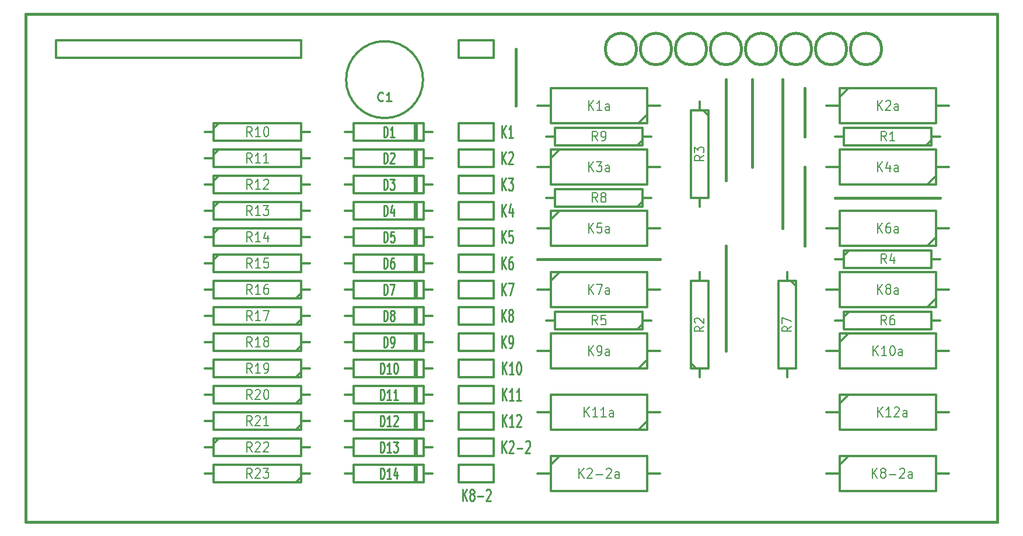
<source format=gbr>
G04 #@! TF.FileFunction,Legend,Top*
%FSLAX46Y46*%
G04 Gerber Fmt 4.6, Leading zero omitted, Abs format (unit mm)*
G04 Created by KiCad (PCBNEW 4.0.5+dfsg1-4+deb9u1) date Mon Sep 26 08:47:56 2022*
%MOMM*%
%LPD*%
G01*
G04 APERTURE LIST*
%ADD10C,0.100000*%
%ADD11C,0.381000*%
%ADD12C,0.304800*%
%ADD13C,0.254000*%
%ADD14C,0.203200*%
%ADD15C,0.271780*%
G04 APERTURE END LIST*
D10*
D11*
X180975000Y-104140000D02*
X180975000Y-119380000D01*
X171450000Y-106045000D02*
X153670000Y-106045000D01*
X196850000Y-97155000D02*
X212090000Y-97155000D01*
X192405000Y-92710000D02*
X192405000Y-104140000D01*
X192405000Y-81280000D02*
X192405000Y-88265000D01*
X189230000Y-80010000D02*
X189230000Y-101600000D01*
X184785000Y-80010000D02*
X184785000Y-92710000D01*
X180975000Y-80010000D02*
X180975000Y-94615000D01*
X150495000Y-75565000D02*
X150495000Y-83820000D01*
X79375000Y-144145000D02*
X79375000Y-70485000D01*
X220345000Y-144145000D02*
X79375000Y-144145000D01*
X220345000Y-70485000D02*
X220345000Y-144145000D01*
X79375000Y-70485000D02*
X220345000Y-70485000D01*
D12*
X137021443Y-80010000D02*
G75*
G03X137021443Y-80010000I-5576443J0D01*
G01*
X138430000Y-137160000D02*
X137160000Y-137160000D01*
X137160000Y-137160000D02*
X137160000Y-135890000D01*
X137160000Y-135890000D02*
X127000000Y-135890000D01*
X127000000Y-135890000D02*
X127000000Y-137160000D01*
X127000000Y-137160000D02*
X125730000Y-137160000D01*
X127000000Y-137160000D02*
X127000000Y-138430000D01*
X127000000Y-138430000D02*
X137160000Y-138430000D01*
X137160000Y-138430000D02*
X137160000Y-137160000D01*
X135890000Y-135890000D02*
X135890000Y-138430000D01*
X136144000Y-135890000D02*
X136144000Y-138430000D01*
X138430000Y-133350000D02*
X137160000Y-133350000D01*
X137160000Y-133350000D02*
X137160000Y-132080000D01*
X137160000Y-132080000D02*
X127000000Y-132080000D01*
X127000000Y-132080000D02*
X127000000Y-133350000D01*
X127000000Y-133350000D02*
X125730000Y-133350000D01*
X127000000Y-133350000D02*
X127000000Y-134620000D01*
X127000000Y-134620000D02*
X137160000Y-134620000D01*
X137160000Y-134620000D02*
X137160000Y-133350000D01*
X135890000Y-132080000D02*
X135890000Y-134620000D01*
X136144000Y-132080000D02*
X136144000Y-134620000D01*
X138430000Y-129540000D02*
X137160000Y-129540000D01*
X137160000Y-129540000D02*
X137160000Y-128270000D01*
X137160000Y-128270000D02*
X127000000Y-128270000D01*
X127000000Y-128270000D02*
X127000000Y-129540000D01*
X127000000Y-129540000D02*
X125730000Y-129540000D01*
X127000000Y-129540000D02*
X127000000Y-130810000D01*
X127000000Y-130810000D02*
X137160000Y-130810000D01*
X137160000Y-130810000D02*
X137160000Y-129540000D01*
X135890000Y-128270000D02*
X135890000Y-130810000D01*
X136144000Y-128270000D02*
X136144000Y-130810000D01*
X138430000Y-125730000D02*
X137160000Y-125730000D01*
X137160000Y-125730000D02*
X137160000Y-124460000D01*
X137160000Y-124460000D02*
X127000000Y-124460000D01*
X127000000Y-124460000D02*
X127000000Y-125730000D01*
X127000000Y-125730000D02*
X125730000Y-125730000D01*
X127000000Y-125730000D02*
X127000000Y-127000000D01*
X127000000Y-127000000D02*
X137160000Y-127000000D01*
X137160000Y-127000000D02*
X137160000Y-125730000D01*
X135890000Y-124460000D02*
X135890000Y-127000000D01*
X136144000Y-124460000D02*
X136144000Y-127000000D01*
X138430000Y-121920000D02*
X137160000Y-121920000D01*
X137160000Y-121920000D02*
X137160000Y-120650000D01*
X137160000Y-120650000D02*
X127000000Y-120650000D01*
X127000000Y-120650000D02*
X127000000Y-121920000D01*
X127000000Y-121920000D02*
X125730000Y-121920000D01*
X127000000Y-121920000D02*
X127000000Y-123190000D01*
X127000000Y-123190000D02*
X137160000Y-123190000D01*
X137160000Y-123190000D02*
X137160000Y-121920000D01*
X135890000Y-120650000D02*
X135890000Y-123190000D01*
X136144000Y-120650000D02*
X136144000Y-123190000D01*
X138430000Y-118110000D02*
X137160000Y-118110000D01*
X137160000Y-118110000D02*
X137160000Y-116840000D01*
X137160000Y-116840000D02*
X127000000Y-116840000D01*
X127000000Y-116840000D02*
X127000000Y-118110000D01*
X127000000Y-118110000D02*
X125730000Y-118110000D01*
X127000000Y-118110000D02*
X127000000Y-119380000D01*
X127000000Y-119380000D02*
X137160000Y-119380000D01*
X137160000Y-119380000D02*
X137160000Y-118110000D01*
X135890000Y-116840000D02*
X135890000Y-119380000D01*
X136144000Y-116840000D02*
X136144000Y-119380000D01*
X138430000Y-114300000D02*
X137160000Y-114300000D01*
X137160000Y-114300000D02*
X137160000Y-113030000D01*
X137160000Y-113030000D02*
X127000000Y-113030000D01*
X127000000Y-113030000D02*
X127000000Y-114300000D01*
X127000000Y-114300000D02*
X125730000Y-114300000D01*
X127000000Y-114300000D02*
X127000000Y-115570000D01*
X127000000Y-115570000D02*
X137160000Y-115570000D01*
X137160000Y-115570000D02*
X137160000Y-114300000D01*
X135890000Y-113030000D02*
X135890000Y-115570000D01*
X136144000Y-113030000D02*
X136144000Y-115570000D01*
X138430000Y-110490000D02*
X137160000Y-110490000D01*
X137160000Y-110490000D02*
X137160000Y-109220000D01*
X137160000Y-109220000D02*
X127000000Y-109220000D01*
X127000000Y-109220000D02*
X127000000Y-110490000D01*
X127000000Y-110490000D02*
X125730000Y-110490000D01*
X127000000Y-110490000D02*
X127000000Y-111760000D01*
X127000000Y-111760000D02*
X137160000Y-111760000D01*
X137160000Y-111760000D02*
X137160000Y-110490000D01*
X135890000Y-109220000D02*
X135890000Y-111760000D01*
X136144000Y-109220000D02*
X136144000Y-111760000D01*
X138430000Y-106680000D02*
X137160000Y-106680000D01*
X137160000Y-106680000D02*
X137160000Y-105410000D01*
X137160000Y-105410000D02*
X127000000Y-105410000D01*
X127000000Y-105410000D02*
X127000000Y-106680000D01*
X127000000Y-106680000D02*
X125730000Y-106680000D01*
X127000000Y-106680000D02*
X127000000Y-107950000D01*
X127000000Y-107950000D02*
X137160000Y-107950000D01*
X137160000Y-107950000D02*
X137160000Y-106680000D01*
X135890000Y-105410000D02*
X135890000Y-107950000D01*
X136144000Y-105410000D02*
X136144000Y-107950000D01*
X138430000Y-102870000D02*
X137160000Y-102870000D01*
X137160000Y-102870000D02*
X137160000Y-101600000D01*
X137160000Y-101600000D02*
X127000000Y-101600000D01*
X127000000Y-101600000D02*
X127000000Y-102870000D01*
X127000000Y-102870000D02*
X125730000Y-102870000D01*
X127000000Y-102870000D02*
X127000000Y-104140000D01*
X127000000Y-104140000D02*
X137160000Y-104140000D01*
X137160000Y-104140000D02*
X137160000Y-102870000D01*
X135890000Y-101600000D02*
X135890000Y-104140000D01*
X136144000Y-101600000D02*
X136144000Y-104140000D01*
X138430000Y-99060000D02*
X137160000Y-99060000D01*
X137160000Y-99060000D02*
X137160000Y-97790000D01*
X137160000Y-97790000D02*
X127000000Y-97790000D01*
X127000000Y-97790000D02*
X127000000Y-99060000D01*
X127000000Y-99060000D02*
X125730000Y-99060000D01*
X127000000Y-99060000D02*
X127000000Y-100330000D01*
X127000000Y-100330000D02*
X137160000Y-100330000D01*
X137160000Y-100330000D02*
X137160000Y-99060000D01*
X135890000Y-97790000D02*
X135890000Y-100330000D01*
X136144000Y-97790000D02*
X136144000Y-100330000D01*
X138430000Y-95250000D02*
X137160000Y-95250000D01*
X137160000Y-95250000D02*
X137160000Y-93980000D01*
X137160000Y-93980000D02*
X127000000Y-93980000D01*
X127000000Y-93980000D02*
X127000000Y-95250000D01*
X127000000Y-95250000D02*
X125730000Y-95250000D01*
X127000000Y-95250000D02*
X127000000Y-96520000D01*
X127000000Y-96520000D02*
X137160000Y-96520000D01*
X137160000Y-96520000D02*
X137160000Y-95250000D01*
X135890000Y-93980000D02*
X135890000Y-96520000D01*
X136144000Y-93980000D02*
X136144000Y-96520000D01*
X138430000Y-91440000D02*
X137160000Y-91440000D01*
X137160000Y-91440000D02*
X137160000Y-90170000D01*
X137160000Y-90170000D02*
X127000000Y-90170000D01*
X127000000Y-90170000D02*
X127000000Y-91440000D01*
X127000000Y-91440000D02*
X125730000Y-91440000D01*
X127000000Y-91440000D02*
X127000000Y-92710000D01*
X127000000Y-92710000D02*
X137160000Y-92710000D01*
X137160000Y-92710000D02*
X137160000Y-91440000D01*
X135890000Y-90170000D02*
X135890000Y-92710000D01*
X136144000Y-90170000D02*
X136144000Y-92710000D01*
X138430000Y-87630000D02*
X137160000Y-87630000D01*
X137160000Y-87630000D02*
X137160000Y-86360000D01*
X137160000Y-86360000D02*
X127000000Y-86360000D01*
X127000000Y-86360000D02*
X127000000Y-87630000D01*
X127000000Y-87630000D02*
X125730000Y-87630000D01*
X127000000Y-87630000D02*
X127000000Y-88900000D01*
X127000000Y-88900000D02*
X137160000Y-88900000D01*
X137160000Y-88900000D02*
X137160000Y-87630000D01*
X135890000Y-86360000D02*
X135890000Y-88900000D01*
X136144000Y-86360000D02*
X136144000Y-88900000D01*
X119380000Y-138430000D02*
X106680000Y-138430000D01*
X106680000Y-138430000D02*
X106680000Y-135890000D01*
X106680000Y-135890000D02*
X119380000Y-135890000D01*
X106680000Y-137160000D02*
X105410000Y-137160000D01*
X120650000Y-137160000D02*
X119380000Y-137160000D01*
X119380000Y-137668000D02*
X118618000Y-138430000D01*
X119380000Y-138430000D02*
X119380000Y-135890000D01*
X106680000Y-132080000D02*
X119380000Y-132080000D01*
X119380000Y-132080000D02*
X119380000Y-134620000D01*
X119380000Y-134620000D02*
X106680000Y-134620000D01*
X119380000Y-133350000D02*
X120650000Y-133350000D01*
X105410000Y-133350000D02*
X106680000Y-133350000D01*
X106680000Y-132842000D02*
X107442000Y-132080000D01*
X106680000Y-132080000D02*
X106680000Y-134620000D01*
X119380000Y-130810000D02*
X106680000Y-130810000D01*
X106680000Y-130810000D02*
X106680000Y-128270000D01*
X106680000Y-128270000D02*
X119380000Y-128270000D01*
X106680000Y-129540000D02*
X105410000Y-129540000D01*
X120650000Y-129540000D02*
X119380000Y-129540000D01*
X119380000Y-130048000D02*
X118618000Y-130810000D01*
X119380000Y-130810000D02*
X119380000Y-128270000D01*
X119380000Y-127000000D02*
X106680000Y-127000000D01*
X106680000Y-127000000D02*
X106680000Y-124460000D01*
X106680000Y-124460000D02*
X119380000Y-124460000D01*
X106680000Y-125730000D02*
X105410000Y-125730000D01*
X120650000Y-125730000D02*
X119380000Y-125730000D01*
X119380000Y-126238000D02*
X118618000Y-127000000D01*
X119380000Y-127000000D02*
X119380000Y-124460000D01*
X119380000Y-123190000D02*
X106680000Y-123190000D01*
X106680000Y-123190000D02*
X106680000Y-120650000D01*
X106680000Y-120650000D02*
X119380000Y-120650000D01*
X106680000Y-121920000D02*
X105410000Y-121920000D01*
X120650000Y-121920000D02*
X119380000Y-121920000D01*
X119380000Y-122428000D02*
X118618000Y-123190000D01*
X119380000Y-123190000D02*
X119380000Y-120650000D01*
X119380000Y-119380000D02*
X106680000Y-119380000D01*
X106680000Y-119380000D02*
X106680000Y-116840000D01*
X106680000Y-116840000D02*
X119380000Y-116840000D01*
X106680000Y-118110000D02*
X105410000Y-118110000D01*
X120650000Y-118110000D02*
X119380000Y-118110000D01*
X119380000Y-118618000D02*
X118618000Y-119380000D01*
X119380000Y-119380000D02*
X119380000Y-116840000D01*
X119380000Y-115570000D02*
X106680000Y-115570000D01*
X106680000Y-115570000D02*
X106680000Y-113030000D01*
X106680000Y-113030000D02*
X119380000Y-113030000D01*
X106680000Y-114300000D02*
X105410000Y-114300000D01*
X120650000Y-114300000D02*
X119380000Y-114300000D01*
X119380000Y-114808000D02*
X118618000Y-115570000D01*
X119380000Y-115570000D02*
X119380000Y-113030000D01*
X119380000Y-111760000D02*
X106680000Y-111760000D01*
X106680000Y-111760000D02*
X106680000Y-109220000D01*
X106680000Y-109220000D02*
X119380000Y-109220000D01*
X106680000Y-110490000D02*
X105410000Y-110490000D01*
X120650000Y-110490000D02*
X119380000Y-110490000D01*
X119380000Y-110998000D02*
X118618000Y-111760000D01*
X119380000Y-111760000D02*
X119380000Y-109220000D01*
X106680000Y-105410000D02*
X119380000Y-105410000D01*
X119380000Y-105410000D02*
X119380000Y-107950000D01*
X119380000Y-107950000D02*
X106680000Y-107950000D01*
X119380000Y-106680000D02*
X120650000Y-106680000D01*
X105410000Y-106680000D02*
X106680000Y-106680000D01*
X106680000Y-106172000D02*
X107442000Y-105410000D01*
X106680000Y-105410000D02*
X106680000Y-107950000D01*
X106680000Y-101600000D02*
X119380000Y-101600000D01*
X119380000Y-101600000D02*
X119380000Y-104140000D01*
X119380000Y-104140000D02*
X106680000Y-104140000D01*
X119380000Y-102870000D02*
X120650000Y-102870000D01*
X105410000Y-102870000D02*
X106680000Y-102870000D01*
X106680000Y-102362000D02*
X107442000Y-101600000D01*
X106680000Y-101600000D02*
X106680000Y-104140000D01*
X106680000Y-97790000D02*
X119380000Y-97790000D01*
X119380000Y-97790000D02*
X119380000Y-100330000D01*
X119380000Y-100330000D02*
X106680000Y-100330000D01*
X119380000Y-99060000D02*
X120650000Y-99060000D01*
X105410000Y-99060000D02*
X106680000Y-99060000D01*
X106680000Y-98552000D02*
X107442000Y-97790000D01*
X106680000Y-97790000D02*
X106680000Y-100330000D01*
X106680000Y-93980000D02*
X119380000Y-93980000D01*
X119380000Y-93980000D02*
X119380000Y-96520000D01*
X119380000Y-96520000D02*
X106680000Y-96520000D01*
X119380000Y-95250000D02*
X120650000Y-95250000D01*
X105410000Y-95250000D02*
X106680000Y-95250000D01*
X106680000Y-94742000D02*
X107442000Y-93980000D01*
X106680000Y-93980000D02*
X106680000Y-96520000D01*
X106680000Y-90170000D02*
X119380000Y-90170000D01*
X119380000Y-90170000D02*
X119380000Y-92710000D01*
X119380000Y-92710000D02*
X106680000Y-92710000D01*
X119380000Y-91440000D02*
X120650000Y-91440000D01*
X105410000Y-91440000D02*
X106680000Y-91440000D01*
X106680000Y-90932000D02*
X107442000Y-90170000D01*
X106680000Y-90170000D02*
X106680000Y-92710000D01*
X106680000Y-86360000D02*
X119380000Y-86360000D01*
X119380000Y-86360000D02*
X119380000Y-88900000D01*
X119380000Y-88900000D02*
X106680000Y-88900000D01*
X119380000Y-87630000D02*
X120650000Y-87630000D01*
X105410000Y-87630000D02*
X106680000Y-87630000D01*
X106680000Y-87122000D02*
X107442000Y-86360000D01*
X106680000Y-86360000D02*
X106680000Y-88900000D01*
X168910000Y-89535000D02*
X156210000Y-89535000D01*
X156210000Y-89535000D02*
X156210000Y-86995000D01*
X156210000Y-86995000D02*
X168910000Y-86995000D01*
X156210000Y-88265000D02*
X154940000Y-88265000D01*
X170180000Y-88265000D02*
X168910000Y-88265000D01*
X168910000Y-88773000D02*
X168148000Y-89535000D01*
X168910000Y-89535000D02*
X168910000Y-86995000D01*
X168910000Y-98425000D02*
X156210000Y-98425000D01*
X156210000Y-98425000D02*
X156210000Y-95885000D01*
X156210000Y-95885000D02*
X168910000Y-95885000D01*
X156210000Y-97155000D02*
X154940000Y-97155000D01*
X170180000Y-97155000D02*
X168910000Y-97155000D01*
X168910000Y-97663000D02*
X168148000Y-98425000D01*
X168910000Y-98425000D02*
X168910000Y-95885000D01*
X191135000Y-109220000D02*
X191135000Y-121920000D01*
X191135000Y-121920000D02*
X188595000Y-121920000D01*
X188595000Y-121920000D02*
X188595000Y-109220000D01*
X189865000Y-121920000D02*
X189865000Y-123190000D01*
X189865000Y-107950000D02*
X189865000Y-109220000D01*
X190373000Y-109220000D02*
X191135000Y-109982000D01*
X191135000Y-109220000D02*
X188595000Y-109220000D01*
X198120000Y-113665000D02*
X210820000Y-113665000D01*
X210820000Y-113665000D02*
X210820000Y-116205000D01*
X210820000Y-116205000D02*
X198120000Y-116205000D01*
X210820000Y-114935000D02*
X212090000Y-114935000D01*
X196850000Y-114935000D02*
X198120000Y-114935000D01*
X198120000Y-114427000D02*
X198882000Y-113665000D01*
X198120000Y-113665000D02*
X198120000Y-116205000D01*
X168910000Y-116205000D02*
X156210000Y-116205000D01*
X156210000Y-116205000D02*
X156210000Y-113665000D01*
X156210000Y-113665000D02*
X168910000Y-113665000D01*
X156210000Y-114935000D02*
X154940000Y-114935000D01*
X170180000Y-114935000D02*
X168910000Y-114935000D01*
X168910000Y-115443000D02*
X168148000Y-116205000D01*
X168910000Y-116205000D02*
X168910000Y-113665000D01*
X198120000Y-104775000D02*
X210820000Y-104775000D01*
X210820000Y-104775000D02*
X210820000Y-107315000D01*
X210820000Y-107315000D02*
X198120000Y-107315000D01*
X210820000Y-106045000D02*
X212090000Y-106045000D01*
X196850000Y-106045000D02*
X198120000Y-106045000D01*
X198120000Y-105537000D02*
X198882000Y-104775000D01*
X198120000Y-104775000D02*
X198120000Y-107315000D01*
X178435000Y-84455000D02*
X178435000Y-97155000D01*
X178435000Y-97155000D02*
X175895000Y-97155000D01*
X175895000Y-97155000D02*
X175895000Y-84455000D01*
X177165000Y-97155000D02*
X177165000Y-98425000D01*
X177165000Y-83185000D02*
X177165000Y-84455000D01*
X177673000Y-84455000D02*
X178435000Y-85217000D01*
X178435000Y-84455000D02*
X175895000Y-84455000D01*
X175895000Y-121920000D02*
X175895000Y-109220000D01*
X175895000Y-109220000D02*
X178435000Y-109220000D01*
X178435000Y-109220000D02*
X178435000Y-121920000D01*
X177165000Y-109220000D02*
X177165000Y-107950000D01*
X177165000Y-123190000D02*
X177165000Y-121920000D01*
X176657000Y-121920000D02*
X175895000Y-121158000D01*
X175895000Y-121920000D02*
X178435000Y-121920000D01*
X210820000Y-89535000D02*
X198120000Y-89535000D01*
X198120000Y-89535000D02*
X198120000Y-86995000D01*
X198120000Y-86995000D02*
X210820000Y-86995000D01*
X198120000Y-88265000D02*
X196850000Y-88265000D01*
X212090000Y-88265000D02*
X210820000Y-88265000D01*
X210820000Y-88773000D02*
X210058000Y-89535000D01*
X210820000Y-89535000D02*
X210820000Y-86995000D01*
X195580000Y-128270000D02*
X195580000Y-128270000D01*
X195580000Y-128270000D02*
X195580000Y-128270000D01*
X211455000Y-128270000D02*
X213360000Y-128270000D01*
X213360000Y-128270000D02*
X213360000Y-128270000D01*
X211455000Y-130810000D02*
X197485000Y-130810000D01*
X197485000Y-125730000D02*
X211455000Y-125730000D01*
X197485000Y-127000000D02*
X198755000Y-125730000D01*
X211455000Y-125730000D02*
X211455000Y-130810000D01*
X197485000Y-125730000D02*
X197485000Y-130810000D01*
X195580000Y-128270000D02*
X197485000Y-128270000D01*
X171450000Y-128270000D02*
X171450000Y-128270000D01*
X171450000Y-128270000D02*
X171450000Y-128270000D01*
X155575000Y-128270000D02*
X153670000Y-128270000D01*
X153670000Y-128270000D02*
X153670000Y-128270000D01*
X155575000Y-125730000D02*
X169545000Y-125730000D01*
X169545000Y-130810000D02*
X155575000Y-130810000D01*
X169545000Y-129540000D02*
X168275000Y-130810000D01*
X155575000Y-130810000D02*
X155575000Y-125730000D01*
X169545000Y-130810000D02*
X169545000Y-125730000D01*
X171450000Y-128270000D02*
X169545000Y-128270000D01*
X195580000Y-119380000D02*
X195580000Y-119380000D01*
X195580000Y-119380000D02*
X195580000Y-119380000D01*
X211455000Y-119380000D02*
X213360000Y-119380000D01*
X213360000Y-119380000D02*
X213360000Y-119380000D01*
X211455000Y-121920000D02*
X197485000Y-121920000D01*
X197485000Y-116840000D02*
X211455000Y-116840000D01*
X197485000Y-118110000D02*
X198755000Y-116840000D01*
X211455000Y-116840000D02*
X211455000Y-121920000D01*
X197485000Y-116840000D02*
X197485000Y-121920000D01*
X195580000Y-119380000D02*
X197485000Y-119380000D01*
X171450000Y-119380000D02*
X171450000Y-119380000D01*
X171450000Y-119380000D02*
X171450000Y-119380000D01*
X155575000Y-119380000D02*
X153670000Y-119380000D01*
X153670000Y-119380000D02*
X153670000Y-119380000D01*
X155575000Y-116840000D02*
X169545000Y-116840000D01*
X169545000Y-121920000D02*
X155575000Y-121920000D01*
X169545000Y-120650000D02*
X168275000Y-121920000D01*
X155575000Y-121920000D02*
X155575000Y-116840000D01*
X169545000Y-121920000D02*
X169545000Y-116840000D01*
X171450000Y-119380000D02*
X169545000Y-119380000D01*
X195580000Y-137160000D02*
X195580000Y-137160000D01*
X195580000Y-137160000D02*
X195580000Y-137160000D01*
X211455000Y-137160000D02*
X213360000Y-137160000D01*
X213360000Y-137160000D02*
X213360000Y-137160000D01*
X211455000Y-139700000D02*
X197485000Y-139700000D01*
X197485000Y-134620000D02*
X211455000Y-134620000D01*
X197485000Y-135890000D02*
X198755000Y-134620000D01*
X211455000Y-134620000D02*
X211455000Y-139700000D01*
X197485000Y-134620000D02*
X197485000Y-139700000D01*
X195580000Y-137160000D02*
X197485000Y-137160000D01*
X213360000Y-110490000D02*
X213360000Y-110490000D01*
X213360000Y-110490000D02*
X213360000Y-110490000D01*
X197485000Y-110490000D02*
X195580000Y-110490000D01*
X195580000Y-110490000D02*
X195580000Y-110490000D01*
X197485000Y-107950000D02*
X211455000Y-107950000D01*
X211455000Y-113030000D02*
X197485000Y-113030000D01*
X211455000Y-111760000D02*
X210185000Y-113030000D01*
X197485000Y-113030000D02*
X197485000Y-107950000D01*
X211455000Y-113030000D02*
X211455000Y-107950000D01*
X213360000Y-110490000D02*
X211455000Y-110490000D01*
X153670000Y-110490000D02*
X153670000Y-110490000D01*
X153670000Y-110490000D02*
X153670000Y-110490000D01*
X169545000Y-110490000D02*
X171450000Y-110490000D01*
X171450000Y-110490000D02*
X171450000Y-110490000D01*
X169545000Y-113030000D02*
X155575000Y-113030000D01*
X155575000Y-107950000D02*
X169545000Y-107950000D01*
X155575000Y-109220000D02*
X156845000Y-107950000D01*
X169545000Y-107950000D02*
X169545000Y-113030000D01*
X155575000Y-107950000D02*
X155575000Y-113030000D01*
X153670000Y-110490000D02*
X155575000Y-110490000D01*
X213360000Y-101600000D02*
X213360000Y-101600000D01*
X213360000Y-101600000D02*
X213360000Y-101600000D01*
X197485000Y-101600000D02*
X195580000Y-101600000D01*
X195580000Y-101600000D02*
X195580000Y-101600000D01*
X197485000Y-99060000D02*
X211455000Y-99060000D01*
X211455000Y-104140000D02*
X197485000Y-104140000D01*
X211455000Y-102870000D02*
X210185000Y-104140000D01*
X197485000Y-104140000D02*
X197485000Y-99060000D01*
X211455000Y-104140000D02*
X211455000Y-99060000D01*
X213360000Y-101600000D02*
X211455000Y-101600000D01*
X153670000Y-101600000D02*
X153670000Y-101600000D01*
X153670000Y-101600000D02*
X153670000Y-101600000D01*
X169545000Y-101600000D02*
X171450000Y-101600000D01*
X171450000Y-101600000D02*
X171450000Y-101600000D01*
X169545000Y-104140000D02*
X155575000Y-104140000D01*
X155575000Y-99060000D02*
X169545000Y-99060000D01*
X155575000Y-100330000D02*
X156845000Y-99060000D01*
X169545000Y-99060000D02*
X169545000Y-104140000D01*
X155575000Y-99060000D02*
X155575000Y-104140000D01*
X153670000Y-101600000D02*
X155575000Y-101600000D01*
X213360000Y-92710000D02*
X213360000Y-92710000D01*
X213360000Y-92710000D02*
X213360000Y-92710000D01*
X197485000Y-92710000D02*
X195580000Y-92710000D01*
X195580000Y-92710000D02*
X195580000Y-92710000D01*
X197485000Y-90170000D02*
X211455000Y-90170000D01*
X211455000Y-95250000D02*
X197485000Y-95250000D01*
X211455000Y-93980000D02*
X210185000Y-95250000D01*
X197485000Y-95250000D02*
X197485000Y-90170000D01*
X211455000Y-95250000D02*
X211455000Y-90170000D01*
X213360000Y-92710000D02*
X211455000Y-92710000D01*
X153670000Y-92710000D02*
X153670000Y-92710000D01*
X153670000Y-92710000D02*
X153670000Y-92710000D01*
X169545000Y-92710000D02*
X171450000Y-92710000D01*
X171450000Y-92710000D02*
X171450000Y-92710000D01*
X169545000Y-95250000D02*
X155575000Y-95250000D01*
X155575000Y-90170000D02*
X169545000Y-90170000D01*
X155575000Y-91440000D02*
X156845000Y-90170000D01*
X169545000Y-90170000D02*
X169545000Y-95250000D01*
X155575000Y-90170000D02*
X155575000Y-95250000D01*
X153670000Y-92710000D02*
X155575000Y-92710000D01*
X153670000Y-137160000D02*
X153670000Y-137160000D01*
X153670000Y-137160000D02*
X153670000Y-137160000D01*
X169545000Y-137160000D02*
X171450000Y-137160000D01*
X171450000Y-137160000D02*
X171450000Y-137160000D01*
X169545000Y-139700000D02*
X155575000Y-139700000D01*
X155575000Y-134620000D02*
X169545000Y-134620000D01*
X155575000Y-135890000D02*
X156845000Y-134620000D01*
X169545000Y-134620000D02*
X169545000Y-139700000D01*
X155575000Y-134620000D02*
X155575000Y-139700000D01*
X153670000Y-137160000D02*
X155575000Y-137160000D01*
X195580000Y-83820000D02*
X195580000Y-83820000D01*
X195580000Y-83820000D02*
X195580000Y-83820000D01*
X211455000Y-83820000D02*
X213360000Y-83820000D01*
X213360000Y-83820000D02*
X213360000Y-83820000D01*
X211455000Y-86360000D02*
X197485000Y-86360000D01*
X197485000Y-81280000D02*
X211455000Y-81280000D01*
X197485000Y-82550000D02*
X198755000Y-81280000D01*
X211455000Y-81280000D02*
X211455000Y-86360000D01*
X197485000Y-81280000D02*
X197485000Y-86360000D01*
X195580000Y-83820000D02*
X197485000Y-83820000D01*
X171450000Y-83820000D02*
X171450000Y-83820000D01*
X171450000Y-83820000D02*
X171450000Y-83820000D01*
X155575000Y-83820000D02*
X153670000Y-83820000D01*
X153670000Y-83820000D02*
X153670000Y-83820000D01*
X155575000Y-81280000D02*
X169545000Y-81280000D01*
X169545000Y-86360000D02*
X155575000Y-86360000D01*
X169545000Y-85090000D02*
X168275000Y-86360000D01*
X155575000Y-86360000D02*
X155575000Y-81280000D01*
X169545000Y-86360000D02*
X169545000Y-81280000D01*
X171450000Y-83820000D02*
X169545000Y-83820000D01*
X147320000Y-128270000D02*
X147320000Y-130810000D01*
X147320000Y-130810000D02*
X142240000Y-130810000D01*
X142240000Y-130810000D02*
X142240000Y-128270000D01*
X142240000Y-128270000D02*
X147320000Y-128270000D01*
X147320000Y-124460000D02*
X147320000Y-127000000D01*
X147320000Y-127000000D02*
X142240000Y-127000000D01*
X142240000Y-127000000D02*
X142240000Y-124460000D01*
X142240000Y-124460000D02*
X147320000Y-124460000D01*
X147320000Y-120650000D02*
X147320000Y-123190000D01*
X147320000Y-123190000D02*
X142240000Y-123190000D01*
X142240000Y-123190000D02*
X142240000Y-120650000D01*
X142240000Y-120650000D02*
X147320000Y-120650000D01*
X147320000Y-116840000D02*
X147320000Y-119380000D01*
X147320000Y-119380000D02*
X142240000Y-119380000D01*
X142240000Y-119380000D02*
X142240000Y-116840000D01*
X142240000Y-116840000D02*
X147320000Y-116840000D01*
X147320000Y-135890000D02*
X147320000Y-138430000D01*
X147320000Y-138430000D02*
X142240000Y-138430000D01*
X142240000Y-138430000D02*
X142240000Y-135890000D01*
X142240000Y-135890000D02*
X147320000Y-135890000D01*
X147320000Y-113030000D02*
X147320000Y-115570000D01*
X147320000Y-115570000D02*
X142240000Y-115570000D01*
X142240000Y-115570000D02*
X142240000Y-113030000D01*
X142240000Y-113030000D02*
X147320000Y-113030000D01*
X147320000Y-109220000D02*
X147320000Y-111760000D01*
X147320000Y-111760000D02*
X142240000Y-111760000D01*
X142240000Y-111760000D02*
X142240000Y-109220000D01*
X142240000Y-109220000D02*
X147320000Y-109220000D01*
X147320000Y-105410000D02*
X147320000Y-107950000D01*
X147320000Y-107950000D02*
X142240000Y-107950000D01*
X142240000Y-107950000D02*
X142240000Y-105410000D01*
X142240000Y-105410000D02*
X147320000Y-105410000D01*
X147320000Y-101600000D02*
X147320000Y-104140000D01*
X147320000Y-104140000D02*
X142240000Y-104140000D01*
X142240000Y-104140000D02*
X142240000Y-101600000D01*
X142240000Y-101600000D02*
X147320000Y-101600000D01*
X147320000Y-97790000D02*
X147320000Y-100330000D01*
X147320000Y-100330000D02*
X142240000Y-100330000D01*
X142240000Y-100330000D02*
X142240000Y-97790000D01*
X142240000Y-97790000D02*
X147320000Y-97790000D01*
X147320000Y-93980000D02*
X147320000Y-96520000D01*
X147320000Y-96520000D02*
X142240000Y-96520000D01*
X142240000Y-96520000D02*
X142240000Y-93980000D01*
X142240000Y-93980000D02*
X147320000Y-93980000D01*
X147320000Y-132080000D02*
X147320000Y-134620000D01*
X147320000Y-134620000D02*
X142240000Y-134620000D01*
X142240000Y-134620000D02*
X142240000Y-132080000D01*
X142240000Y-132080000D02*
X147320000Y-132080000D01*
X147320000Y-90170000D02*
X147320000Y-92710000D01*
X147320000Y-92710000D02*
X142240000Y-92710000D01*
X142240000Y-92710000D02*
X142240000Y-90170000D01*
X142240000Y-90170000D02*
X147320000Y-90170000D01*
X147320000Y-86360000D02*
X147320000Y-88900000D01*
X147320000Y-88900000D02*
X142240000Y-88900000D01*
X142240000Y-88900000D02*
X142240000Y-86360000D01*
X142240000Y-86360000D02*
X147320000Y-86360000D01*
D11*
X203581000Y-75565000D02*
G75*
G03X203581000Y-75565000I-2286000J0D01*
G01*
X198501000Y-75565000D02*
G75*
G03X198501000Y-75565000I-2286000J0D01*
G01*
X193421000Y-75565000D02*
G75*
G03X193421000Y-75565000I-2286000J0D01*
G01*
D12*
X83820000Y-74295000D02*
X119380000Y-74295000D01*
X119380000Y-74295000D02*
X119380000Y-76835000D01*
X119380000Y-76835000D02*
X83820000Y-76835000D01*
X83820000Y-76835000D02*
X83820000Y-74295000D01*
X147320000Y-74295000D02*
X147320000Y-76835000D01*
X147320000Y-76835000D02*
X142240000Y-76835000D01*
X142240000Y-76835000D02*
X142240000Y-74295000D01*
X142240000Y-74295000D02*
X147320000Y-74295000D01*
D11*
X168021000Y-75565000D02*
G75*
G03X168021000Y-75565000I-2286000J0D01*
G01*
X173101000Y-75565000D02*
G75*
G03X173101000Y-75565000I-2286000J0D01*
G01*
X178181000Y-75565000D02*
G75*
G03X178181000Y-75565000I-2286000J0D01*
G01*
X183261000Y-75565000D02*
G75*
G03X183261000Y-75565000I-2286000J0D01*
G01*
X188341000Y-75565000D02*
G75*
G03X188341000Y-75565000I-2286000J0D01*
G01*
D13*
X131233333Y-83003571D02*
X131172857Y-83064048D01*
X130991428Y-83124524D01*
X130870476Y-83124524D01*
X130689048Y-83064048D01*
X130568095Y-82943095D01*
X130507619Y-82822143D01*
X130447143Y-82580238D01*
X130447143Y-82398810D01*
X130507619Y-82156905D01*
X130568095Y-82035952D01*
X130689048Y-81915000D01*
X130870476Y-81854524D01*
X130991428Y-81854524D01*
X131172857Y-81915000D01*
X131233333Y-81975476D01*
X132442857Y-83124524D02*
X131717143Y-83124524D01*
X132080000Y-83124524D02*
X132080000Y-81854524D01*
X131959048Y-82035952D01*
X131838095Y-82156905D01*
X131717143Y-82217381D01*
X130846286Y-137849429D02*
X130846286Y-136325429D01*
X131088191Y-136325429D01*
X131233333Y-136398000D01*
X131330095Y-136543143D01*
X131378476Y-136688286D01*
X131426857Y-136978571D01*
X131426857Y-137196286D01*
X131378476Y-137486571D01*
X131330095Y-137631714D01*
X131233333Y-137776857D01*
X131088191Y-137849429D01*
X130846286Y-137849429D01*
X132394476Y-137849429D02*
X131813905Y-137849429D01*
X132104191Y-137849429D02*
X132104191Y-136325429D01*
X132007429Y-136543143D01*
X131910667Y-136688286D01*
X131813905Y-136760857D01*
X133265333Y-136833429D02*
X133265333Y-137849429D01*
X133023429Y-136252857D02*
X132781524Y-137341429D01*
X133410476Y-137341429D01*
D12*
D13*
X130846286Y-134039429D02*
X130846286Y-132515429D01*
X131088191Y-132515429D01*
X131233333Y-132588000D01*
X131330095Y-132733143D01*
X131378476Y-132878286D01*
X131426857Y-133168571D01*
X131426857Y-133386286D01*
X131378476Y-133676571D01*
X131330095Y-133821714D01*
X131233333Y-133966857D01*
X131088191Y-134039429D01*
X130846286Y-134039429D01*
X132394476Y-134039429D02*
X131813905Y-134039429D01*
X132104191Y-134039429D02*
X132104191Y-132515429D01*
X132007429Y-132733143D01*
X131910667Y-132878286D01*
X131813905Y-132950857D01*
X132733143Y-132515429D02*
X133362095Y-132515429D01*
X133023429Y-133096000D01*
X133168571Y-133096000D01*
X133265333Y-133168571D01*
X133313714Y-133241143D01*
X133362095Y-133386286D01*
X133362095Y-133749143D01*
X133313714Y-133894286D01*
X133265333Y-133966857D01*
X133168571Y-134039429D01*
X132878286Y-134039429D01*
X132781524Y-133966857D01*
X132733143Y-133894286D01*
D12*
D13*
X130846286Y-130229429D02*
X130846286Y-128705429D01*
X131088191Y-128705429D01*
X131233333Y-128778000D01*
X131330095Y-128923143D01*
X131378476Y-129068286D01*
X131426857Y-129358571D01*
X131426857Y-129576286D01*
X131378476Y-129866571D01*
X131330095Y-130011714D01*
X131233333Y-130156857D01*
X131088191Y-130229429D01*
X130846286Y-130229429D01*
X132394476Y-130229429D02*
X131813905Y-130229429D01*
X132104191Y-130229429D02*
X132104191Y-128705429D01*
X132007429Y-128923143D01*
X131910667Y-129068286D01*
X131813905Y-129140857D01*
X132781524Y-128850571D02*
X132829905Y-128778000D01*
X132926667Y-128705429D01*
X133168571Y-128705429D01*
X133265333Y-128778000D01*
X133313714Y-128850571D01*
X133362095Y-128995714D01*
X133362095Y-129140857D01*
X133313714Y-129358571D01*
X132733143Y-130229429D01*
X133362095Y-130229429D01*
D12*
D13*
X130846286Y-126419429D02*
X130846286Y-124895429D01*
X131088191Y-124895429D01*
X131233333Y-124968000D01*
X131330095Y-125113143D01*
X131378476Y-125258286D01*
X131426857Y-125548571D01*
X131426857Y-125766286D01*
X131378476Y-126056571D01*
X131330095Y-126201714D01*
X131233333Y-126346857D01*
X131088191Y-126419429D01*
X130846286Y-126419429D01*
X132394476Y-126419429D02*
X131813905Y-126419429D01*
X132104191Y-126419429D02*
X132104191Y-124895429D01*
X132007429Y-125113143D01*
X131910667Y-125258286D01*
X131813905Y-125330857D01*
X133362095Y-126419429D02*
X132781524Y-126419429D01*
X133071810Y-126419429D02*
X133071810Y-124895429D01*
X132975048Y-125113143D01*
X132878286Y-125258286D01*
X132781524Y-125330857D01*
D12*
D13*
X130846286Y-122609429D02*
X130846286Y-121085429D01*
X131088191Y-121085429D01*
X131233333Y-121158000D01*
X131330095Y-121303143D01*
X131378476Y-121448286D01*
X131426857Y-121738571D01*
X131426857Y-121956286D01*
X131378476Y-122246571D01*
X131330095Y-122391714D01*
X131233333Y-122536857D01*
X131088191Y-122609429D01*
X130846286Y-122609429D01*
X132394476Y-122609429D02*
X131813905Y-122609429D01*
X132104191Y-122609429D02*
X132104191Y-121085429D01*
X132007429Y-121303143D01*
X131910667Y-121448286D01*
X131813905Y-121520857D01*
X133023429Y-121085429D02*
X133120190Y-121085429D01*
X133216952Y-121158000D01*
X133265333Y-121230571D01*
X133313714Y-121375714D01*
X133362095Y-121666000D01*
X133362095Y-122028857D01*
X133313714Y-122319143D01*
X133265333Y-122464286D01*
X133216952Y-122536857D01*
X133120190Y-122609429D01*
X133023429Y-122609429D01*
X132926667Y-122536857D01*
X132878286Y-122464286D01*
X132829905Y-122319143D01*
X132781524Y-122028857D01*
X132781524Y-121666000D01*
X132829905Y-121375714D01*
X132878286Y-121230571D01*
X132926667Y-121158000D01*
X133023429Y-121085429D01*
D12*
D13*
X131330096Y-118799429D02*
X131330096Y-117275429D01*
X131572001Y-117275429D01*
X131717143Y-117348000D01*
X131813905Y-117493143D01*
X131862286Y-117638286D01*
X131910667Y-117928571D01*
X131910667Y-118146286D01*
X131862286Y-118436571D01*
X131813905Y-118581714D01*
X131717143Y-118726857D01*
X131572001Y-118799429D01*
X131330096Y-118799429D01*
X132394477Y-118799429D02*
X132588001Y-118799429D01*
X132684762Y-118726857D01*
X132733143Y-118654286D01*
X132829905Y-118436571D01*
X132878286Y-118146286D01*
X132878286Y-117565714D01*
X132829905Y-117420571D01*
X132781524Y-117348000D01*
X132684762Y-117275429D01*
X132491239Y-117275429D01*
X132394477Y-117348000D01*
X132346096Y-117420571D01*
X132297715Y-117565714D01*
X132297715Y-117928571D01*
X132346096Y-118073714D01*
X132394477Y-118146286D01*
X132491239Y-118218857D01*
X132684762Y-118218857D01*
X132781524Y-118146286D01*
X132829905Y-118073714D01*
X132878286Y-117928571D01*
D12*
D13*
X131330096Y-114989429D02*
X131330096Y-113465429D01*
X131572001Y-113465429D01*
X131717143Y-113538000D01*
X131813905Y-113683143D01*
X131862286Y-113828286D01*
X131910667Y-114118571D01*
X131910667Y-114336286D01*
X131862286Y-114626571D01*
X131813905Y-114771714D01*
X131717143Y-114916857D01*
X131572001Y-114989429D01*
X131330096Y-114989429D01*
X132491239Y-114118571D02*
X132394477Y-114046000D01*
X132346096Y-113973429D01*
X132297715Y-113828286D01*
X132297715Y-113755714D01*
X132346096Y-113610571D01*
X132394477Y-113538000D01*
X132491239Y-113465429D01*
X132684762Y-113465429D01*
X132781524Y-113538000D01*
X132829905Y-113610571D01*
X132878286Y-113755714D01*
X132878286Y-113828286D01*
X132829905Y-113973429D01*
X132781524Y-114046000D01*
X132684762Y-114118571D01*
X132491239Y-114118571D01*
X132394477Y-114191143D01*
X132346096Y-114263714D01*
X132297715Y-114408857D01*
X132297715Y-114699143D01*
X132346096Y-114844286D01*
X132394477Y-114916857D01*
X132491239Y-114989429D01*
X132684762Y-114989429D01*
X132781524Y-114916857D01*
X132829905Y-114844286D01*
X132878286Y-114699143D01*
X132878286Y-114408857D01*
X132829905Y-114263714D01*
X132781524Y-114191143D01*
X132684762Y-114118571D01*
D12*
D13*
X131330096Y-111179429D02*
X131330096Y-109655429D01*
X131572001Y-109655429D01*
X131717143Y-109728000D01*
X131813905Y-109873143D01*
X131862286Y-110018286D01*
X131910667Y-110308571D01*
X131910667Y-110526286D01*
X131862286Y-110816571D01*
X131813905Y-110961714D01*
X131717143Y-111106857D01*
X131572001Y-111179429D01*
X131330096Y-111179429D01*
X132249334Y-109655429D02*
X132926667Y-109655429D01*
X132491239Y-111179429D01*
D12*
D13*
X131330096Y-107369429D02*
X131330096Y-105845429D01*
X131572001Y-105845429D01*
X131717143Y-105918000D01*
X131813905Y-106063143D01*
X131862286Y-106208286D01*
X131910667Y-106498571D01*
X131910667Y-106716286D01*
X131862286Y-107006571D01*
X131813905Y-107151714D01*
X131717143Y-107296857D01*
X131572001Y-107369429D01*
X131330096Y-107369429D01*
X132781524Y-105845429D02*
X132588001Y-105845429D01*
X132491239Y-105918000D01*
X132442858Y-105990571D01*
X132346096Y-106208286D01*
X132297715Y-106498571D01*
X132297715Y-107079143D01*
X132346096Y-107224286D01*
X132394477Y-107296857D01*
X132491239Y-107369429D01*
X132684762Y-107369429D01*
X132781524Y-107296857D01*
X132829905Y-107224286D01*
X132878286Y-107079143D01*
X132878286Y-106716286D01*
X132829905Y-106571143D01*
X132781524Y-106498571D01*
X132684762Y-106426000D01*
X132491239Y-106426000D01*
X132394477Y-106498571D01*
X132346096Y-106571143D01*
X132297715Y-106716286D01*
D12*
D13*
X131330096Y-103559429D02*
X131330096Y-102035429D01*
X131572001Y-102035429D01*
X131717143Y-102108000D01*
X131813905Y-102253143D01*
X131862286Y-102398286D01*
X131910667Y-102688571D01*
X131910667Y-102906286D01*
X131862286Y-103196571D01*
X131813905Y-103341714D01*
X131717143Y-103486857D01*
X131572001Y-103559429D01*
X131330096Y-103559429D01*
X132829905Y-102035429D02*
X132346096Y-102035429D01*
X132297715Y-102761143D01*
X132346096Y-102688571D01*
X132442858Y-102616000D01*
X132684762Y-102616000D01*
X132781524Y-102688571D01*
X132829905Y-102761143D01*
X132878286Y-102906286D01*
X132878286Y-103269143D01*
X132829905Y-103414286D01*
X132781524Y-103486857D01*
X132684762Y-103559429D01*
X132442858Y-103559429D01*
X132346096Y-103486857D01*
X132297715Y-103414286D01*
D12*
D13*
X131330096Y-99749429D02*
X131330096Y-98225429D01*
X131572001Y-98225429D01*
X131717143Y-98298000D01*
X131813905Y-98443143D01*
X131862286Y-98588286D01*
X131910667Y-98878571D01*
X131910667Y-99096286D01*
X131862286Y-99386571D01*
X131813905Y-99531714D01*
X131717143Y-99676857D01*
X131572001Y-99749429D01*
X131330096Y-99749429D01*
X132781524Y-98733429D02*
X132781524Y-99749429D01*
X132539620Y-98152857D02*
X132297715Y-99241429D01*
X132926667Y-99241429D01*
D12*
D13*
X131330096Y-95939429D02*
X131330096Y-94415429D01*
X131572001Y-94415429D01*
X131717143Y-94488000D01*
X131813905Y-94633143D01*
X131862286Y-94778286D01*
X131910667Y-95068571D01*
X131910667Y-95286286D01*
X131862286Y-95576571D01*
X131813905Y-95721714D01*
X131717143Y-95866857D01*
X131572001Y-95939429D01*
X131330096Y-95939429D01*
X132249334Y-94415429D02*
X132878286Y-94415429D01*
X132539620Y-94996000D01*
X132684762Y-94996000D01*
X132781524Y-95068571D01*
X132829905Y-95141143D01*
X132878286Y-95286286D01*
X132878286Y-95649143D01*
X132829905Y-95794286D01*
X132781524Y-95866857D01*
X132684762Y-95939429D01*
X132394477Y-95939429D01*
X132297715Y-95866857D01*
X132249334Y-95794286D01*
D12*
D13*
X131330096Y-92129429D02*
X131330096Y-90605429D01*
X131572001Y-90605429D01*
X131717143Y-90678000D01*
X131813905Y-90823143D01*
X131862286Y-90968286D01*
X131910667Y-91258571D01*
X131910667Y-91476286D01*
X131862286Y-91766571D01*
X131813905Y-91911714D01*
X131717143Y-92056857D01*
X131572001Y-92129429D01*
X131330096Y-92129429D01*
X132297715Y-90750571D02*
X132346096Y-90678000D01*
X132442858Y-90605429D01*
X132684762Y-90605429D01*
X132781524Y-90678000D01*
X132829905Y-90750571D01*
X132878286Y-90895714D01*
X132878286Y-91040857D01*
X132829905Y-91258571D01*
X132249334Y-92129429D01*
X132878286Y-92129429D01*
D12*
D13*
X131330096Y-88319429D02*
X131330096Y-86795429D01*
X131572001Y-86795429D01*
X131717143Y-86868000D01*
X131813905Y-87013143D01*
X131862286Y-87158286D01*
X131910667Y-87448571D01*
X131910667Y-87666286D01*
X131862286Y-87956571D01*
X131813905Y-88101714D01*
X131717143Y-88246857D01*
X131572001Y-88319429D01*
X131330096Y-88319429D01*
X132878286Y-88319429D02*
X132297715Y-88319429D01*
X132588001Y-88319429D02*
X132588001Y-86795429D01*
X132491239Y-87013143D01*
X132394477Y-87158286D01*
X132297715Y-87230857D01*
D12*
D14*
X112213571Y-137791976D02*
X111790238Y-137126738D01*
X111487857Y-137791976D02*
X111487857Y-136394976D01*
X111971666Y-136394976D01*
X112092619Y-136461500D01*
X112153095Y-136528024D01*
X112213571Y-136661071D01*
X112213571Y-136860643D01*
X112153095Y-136993690D01*
X112092619Y-137060214D01*
X111971666Y-137126738D01*
X111487857Y-137126738D01*
X112697381Y-136528024D02*
X112757857Y-136461500D01*
X112878809Y-136394976D01*
X113181190Y-136394976D01*
X113302143Y-136461500D01*
X113362619Y-136528024D01*
X113423095Y-136661071D01*
X113423095Y-136794119D01*
X113362619Y-136993690D01*
X112636905Y-137791976D01*
X113423095Y-137791976D01*
X113846429Y-136394976D02*
X114632619Y-136394976D01*
X114209286Y-136927167D01*
X114390714Y-136927167D01*
X114511667Y-136993690D01*
X114572143Y-137060214D01*
X114632619Y-137193262D01*
X114632619Y-137525881D01*
X114572143Y-137658929D01*
X114511667Y-137725452D01*
X114390714Y-137791976D01*
X114027857Y-137791976D01*
X113906905Y-137725452D01*
X113846429Y-137658929D01*
X112213571Y-133981976D02*
X111790238Y-133316738D01*
X111487857Y-133981976D02*
X111487857Y-132584976D01*
X111971666Y-132584976D01*
X112092619Y-132651500D01*
X112153095Y-132718024D01*
X112213571Y-132851071D01*
X112213571Y-133050643D01*
X112153095Y-133183690D01*
X112092619Y-133250214D01*
X111971666Y-133316738D01*
X111487857Y-133316738D01*
X112697381Y-132718024D02*
X112757857Y-132651500D01*
X112878809Y-132584976D01*
X113181190Y-132584976D01*
X113302143Y-132651500D01*
X113362619Y-132718024D01*
X113423095Y-132851071D01*
X113423095Y-132984119D01*
X113362619Y-133183690D01*
X112636905Y-133981976D01*
X113423095Y-133981976D01*
X113906905Y-132718024D02*
X113967381Y-132651500D01*
X114088333Y-132584976D01*
X114390714Y-132584976D01*
X114511667Y-132651500D01*
X114572143Y-132718024D01*
X114632619Y-132851071D01*
X114632619Y-132984119D01*
X114572143Y-133183690D01*
X113846429Y-133981976D01*
X114632619Y-133981976D01*
X112213571Y-130171976D02*
X111790238Y-129506738D01*
X111487857Y-130171976D02*
X111487857Y-128774976D01*
X111971666Y-128774976D01*
X112092619Y-128841500D01*
X112153095Y-128908024D01*
X112213571Y-129041071D01*
X112213571Y-129240643D01*
X112153095Y-129373690D01*
X112092619Y-129440214D01*
X111971666Y-129506738D01*
X111487857Y-129506738D01*
X112697381Y-128908024D02*
X112757857Y-128841500D01*
X112878809Y-128774976D01*
X113181190Y-128774976D01*
X113302143Y-128841500D01*
X113362619Y-128908024D01*
X113423095Y-129041071D01*
X113423095Y-129174119D01*
X113362619Y-129373690D01*
X112636905Y-130171976D01*
X113423095Y-130171976D01*
X114632619Y-130171976D02*
X113906905Y-130171976D01*
X114269762Y-130171976D02*
X114269762Y-128774976D01*
X114148810Y-128974548D01*
X114027857Y-129107595D01*
X113906905Y-129174119D01*
X112213571Y-126361976D02*
X111790238Y-125696738D01*
X111487857Y-126361976D02*
X111487857Y-124964976D01*
X111971666Y-124964976D01*
X112092619Y-125031500D01*
X112153095Y-125098024D01*
X112213571Y-125231071D01*
X112213571Y-125430643D01*
X112153095Y-125563690D01*
X112092619Y-125630214D01*
X111971666Y-125696738D01*
X111487857Y-125696738D01*
X112697381Y-125098024D02*
X112757857Y-125031500D01*
X112878809Y-124964976D01*
X113181190Y-124964976D01*
X113302143Y-125031500D01*
X113362619Y-125098024D01*
X113423095Y-125231071D01*
X113423095Y-125364119D01*
X113362619Y-125563690D01*
X112636905Y-126361976D01*
X113423095Y-126361976D01*
X114209286Y-124964976D02*
X114330238Y-124964976D01*
X114451190Y-125031500D01*
X114511667Y-125098024D01*
X114572143Y-125231071D01*
X114632619Y-125497167D01*
X114632619Y-125829786D01*
X114572143Y-126095881D01*
X114511667Y-126228929D01*
X114451190Y-126295452D01*
X114330238Y-126361976D01*
X114209286Y-126361976D01*
X114088333Y-126295452D01*
X114027857Y-126228929D01*
X113967381Y-126095881D01*
X113906905Y-125829786D01*
X113906905Y-125497167D01*
X113967381Y-125231071D01*
X114027857Y-125098024D01*
X114088333Y-125031500D01*
X114209286Y-124964976D01*
X112213571Y-122551976D02*
X111790238Y-121886738D01*
X111487857Y-122551976D02*
X111487857Y-121154976D01*
X111971666Y-121154976D01*
X112092619Y-121221500D01*
X112153095Y-121288024D01*
X112213571Y-121421071D01*
X112213571Y-121620643D01*
X112153095Y-121753690D01*
X112092619Y-121820214D01*
X111971666Y-121886738D01*
X111487857Y-121886738D01*
X113423095Y-122551976D02*
X112697381Y-122551976D01*
X113060238Y-122551976D02*
X113060238Y-121154976D01*
X112939286Y-121354548D01*
X112818333Y-121487595D01*
X112697381Y-121554119D01*
X114027857Y-122551976D02*
X114269762Y-122551976D01*
X114390714Y-122485452D01*
X114451190Y-122418929D01*
X114572143Y-122219357D01*
X114632619Y-121953262D01*
X114632619Y-121421071D01*
X114572143Y-121288024D01*
X114511667Y-121221500D01*
X114390714Y-121154976D01*
X114148810Y-121154976D01*
X114027857Y-121221500D01*
X113967381Y-121288024D01*
X113906905Y-121421071D01*
X113906905Y-121753690D01*
X113967381Y-121886738D01*
X114027857Y-121953262D01*
X114148810Y-122019786D01*
X114390714Y-122019786D01*
X114511667Y-121953262D01*
X114572143Y-121886738D01*
X114632619Y-121753690D01*
X112213571Y-118741976D02*
X111790238Y-118076738D01*
X111487857Y-118741976D02*
X111487857Y-117344976D01*
X111971666Y-117344976D01*
X112092619Y-117411500D01*
X112153095Y-117478024D01*
X112213571Y-117611071D01*
X112213571Y-117810643D01*
X112153095Y-117943690D01*
X112092619Y-118010214D01*
X111971666Y-118076738D01*
X111487857Y-118076738D01*
X113423095Y-118741976D02*
X112697381Y-118741976D01*
X113060238Y-118741976D02*
X113060238Y-117344976D01*
X112939286Y-117544548D01*
X112818333Y-117677595D01*
X112697381Y-117744119D01*
X114148810Y-117943690D02*
X114027857Y-117877167D01*
X113967381Y-117810643D01*
X113906905Y-117677595D01*
X113906905Y-117611071D01*
X113967381Y-117478024D01*
X114027857Y-117411500D01*
X114148810Y-117344976D01*
X114390714Y-117344976D01*
X114511667Y-117411500D01*
X114572143Y-117478024D01*
X114632619Y-117611071D01*
X114632619Y-117677595D01*
X114572143Y-117810643D01*
X114511667Y-117877167D01*
X114390714Y-117943690D01*
X114148810Y-117943690D01*
X114027857Y-118010214D01*
X113967381Y-118076738D01*
X113906905Y-118209786D01*
X113906905Y-118475881D01*
X113967381Y-118608929D01*
X114027857Y-118675452D01*
X114148810Y-118741976D01*
X114390714Y-118741976D01*
X114511667Y-118675452D01*
X114572143Y-118608929D01*
X114632619Y-118475881D01*
X114632619Y-118209786D01*
X114572143Y-118076738D01*
X114511667Y-118010214D01*
X114390714Y-117943690D01*
X112213571Y-114931976D02*
X111790238Y-114266738D01*
X111487857Y-114931976D02*
X111487857Y-113534976D01*
X111971666Y-113534976D01*
X112092619Y-113601500D01*
X112153095Y-113668024D01*
X112213571Y-113801071D01*
X112213571Y-114000643D01*
X112153095Y-114133690D01*
X112092619Y-114200214D01*
X111971666Y-114266738D01*
X111487857Y-114266738D01*
X113423095Y-114931976D02*
X112697381Y-114931976D01*
X113060238Y-114931976D02*
X113060238Y-113534976D01*
X112939286Y-113734548D01*
X112818333Y-113867595D01*
X112697381Y-113934119D01*
X113846429Y-113534976D02*
X114693095Y-113534976D01*
X114148810Y-114931976D01*
X112213571Y-111121976D02*
X111790238Y-110456738D01*
X111487857Y-111121976D02*
X111487857Y-109724976D01*
X111971666Y-109724976D01*
X112092619Y-109791500D01*
X112153095Y-109858024D01*
X112213571Y-109991071D01*
X112213571Y-110190643D01*
X112153095Y-110323690D01*
X112092619Y-110390214D01*
X111971666Y-110456738D01*
X111487857Y-110456738D01*
X113423095Y-111121976D02*
X112697381Y-111121976D01*
X113060238Y-111121976D02*
X113060238Y-109724976D01*
X112939286Y-109924548D01*
X112818333Y-110057595D01*
X112697381Y-110124119D01*
X114511667Y-109724976D02*
X114269762Y-109724976D01*
X114148810Y-109791500D01*
X114088333Y-109858024D01*
X113967381Y-110057595D01*
X113906905Y-110323690D01*
X113906905Y-110855881D01*
X113967381Y-110988929D01*
X114027857Y-111055452D01*
X114148810Y-111121976D01*
X114390714Y-111121976D01*
X114511667Y-111055452D01*
X114572143Y-110988929D01*
X114632619Y-110855881D01*
X114632619Y-110523262D01*
X114572143Y-110390214D01*
X114511667Y-110323690D01*
X114390714Y-110257167D01*
X114148810Y-110257167D01*
X114027857Y-110323690D01*
X113967381Y-110390214D01*
X113906905Y-110523262D01*
X112213571Y-107311976D02*
X111790238Y-106646738D01*
X111487857Y-107311976D02*
X111487857Y-105914976D01*
X111971666Y-105914976D01*
X112092619Y-105981500D01*
X112153095Y-106048024D01*
X112213571Y-106181071D01*
X112213571Y-106380643D01*
X112153095Y-106513690D01*
X112092619Y-106580214D01*
X111971666Y-106646738D01*
X111487857Y-106646738D01*
X113423095Y-107311976D02*
X112697381Y-107311976D01*
X113060238Y-107311976D02*
X113060238Y-105914976D01*
X112939286Y-106114548D01*
X112818333Y-106247595D01*
X112697381Y-106314119D01*
X114572143Y-105914976D02*
X113967381Y-105914976D01*
X113906905Y-106580214D01*
X113967381Y-106513690D01*
X114088333Y-106447167D01*
X114390714Y-106447167D01*
X114511667Y-106513690D01*
X114572143Y-106580214D01*
X114632619Y-106713262D01*
X114632619Y-107045881D01*
X114572143Y-107178929D01*
X114511667Y-107245452D01*
X114390714Y-107311976D01*
X114088333Y-107311976D01*
X113967381Y-107245452D01*
X113906905Y-107178929D01*
X112213571Y-103501976D02*
X111790238Y-102836738D01*
X111487857Y-103501976D02*
X111487857Y-102104976D01*
X111971666Y-102104976D01*
X112092619Y-102171500D01*
X112153095Y-102238024D01*
X112213571Y-102371071D01*
X112213571Y-102570643D01*
X112153095Y-102703690D01*
X112092619Y-102770214D01*
X111971666Y-102836738D01*
X111487857Y-102836738D01*
X113423095Y-103501976D02*
X112697381Y-103501976D01*
X113060238Y-103501976D02*
X113060238Y-102104976D01*
X112939286Y-102304548D01*
X112818333Y-102437595D01*
X112697381Y-102504119D01*
X114511667Y-102570643D02*
X114511667Y-103501976D01*
X114209286Y-102038452D02*
X113906905Y-103036310D01*
X114693095Y-103036310D01*
X112213571Y-99691976D02*
X111790238Y-99026738D01*
X111487857Y-99691976D02*
X111487857Y-98294976D01*
X111971666Y-98294976D01*
X112092619Y-98361500D01*
X112153095Y-98428024D01*
X112213571Y-98561071D01*
X112213571Y-98760643D01*
X112153095Y-98893690D01*
X112092619Y-98960214D01*
X111971666Y-99026738D01*
X111487857Y-99026738D01*
X113423095Y-99691976D02*
X112697381Y-99691976D01*
X113060238Y-99691976D02*
X113060238Y-98294976D01*
X112939286Y-98494548D01*
X112818333Y-98627595D01*
X112697381Y-98694119D01*
X113846429Y-98294976D02*
X114632619Y-98294976D01*
X114209286Y-98827167D01*
X114390714Y-98827167D01*
X114511667Y-98893690D01*
X114572143Y-98960214D01*
X114632619Y-99093262D01*
X114632619Y-99425881D01*
X114572143Y-99558929D01*
X114511667Y-99625452D01*
X114390714Y-99691976D01*
X114027857Y-99691976D01*
X113906905Y-99625452D01*
X113846429Y-99558929D01*
X112213571Y-95881976D02*
X111790238Y-95216738D01*
X111487857Y-95881976D02*
X111487857Y-94484976D01*
X111971666Y-94484976D01*
X112092619Y-94551500D01*
X112153095Y-94618024D01*
X112213571Y-94751071D01*
X112213571Y-94950643D01*
X112153095Y-95083690D01*
X112092619Y-95150214D01*
X111971666Y-95216738D01*
X111487857Y-95216738D01*
X113423095Y-95881976D02*
X112697381Y-95881976D01*
X113060238Y-95881976D02*
X113060238Y-94484976D01*
X112939286Y-94684548D01*
X112818333Y-94817595D01*
X112697381Y-94884119D01*
X113906905Y-94618024D02*
X113967381Y-94551500D01*
X114088333Y-94484976D01*
X114390714Y-94484976D01*
X114511667Y-94551500D01*
X114572143Y-94618024D01*
X114632619Y-94751071D01*
X114632619Y-94884119D01*
X114572143Y-95083690D01*
X113846429Y-95881976D01*
X114632619Y-95881976D01*
X112213571Y-92071976D02*
X111790238Y-91406738D01*
X111487857Y-92071976D02*
X111487857Y-90674976D01*
X111971666Y-90674976D01*
X112092619Y-90741500D01*
X112153095Y-90808024D01*
X112213571Y-90941071D01*
X112213571Y-91140643D01*
X112153095Y-91273690D01*
X112092619Y-91340214D01*
X111971666Y-91406738D01*
X111487857Y-91406738D01*
X113423095Y-92071976D02*
X112697381Y-92071976D01*
X113060238Y-92071976D02*
X113060238Y-90674976D01*
X112939286Y-90874548D01*
X112818333Y-91007595D01*
X112697381Y-91074119D01*
X114632619Y-92071976D02*
X113906905Y-92071976D01*
X114269762Y-92071976D02*
X114269762Y-90674976D01*
X114148810Y-90874548D01*
X114027857Y-91007595D01*
X113906905Y-91074119D01*
X112213571Y-88261976D02*
X111790238Y-87596738D01*
X111487857Y-88261976D02*
X111487857Y-86864976D01*
X111971666Y-86864976D01*
X112092619Y-86931500D01*
X112153095Y-86998024D01*
X112213571Y-87131071D01*
X112213571Y-87330643D01*
X112153095Y-87463690D01*
X112092619Y-87530214D01*
X111971666Y-87596738D01*
X111487857Y-87596738D01*
X113423095Y-88261976D02*
X112697381Y-88261976D01*
X113060238Y-88261976D02*
X113060238Y-86864976D01*
X112939286Y-87064548D01*
X112818333Y-87197595D01*
X112697381Y-87264119D01*
X114209286Y-86864976D02*
X114330238Y-86864976D01*
X114451190Y-86931500D01*
X114511667Y-86998024D01*
X114572143Y-87131071D01*
X114632619Y-87397167D01*
X114632619Y-87729786D01*
X114572143Y-87995881D01*
X114511667Y-88128929D01*
X114451190Y-88195452D01*
X114330238Y-88261976D01*
X114209286Y-88261976D01*
X114088333Y-88195452D01*
X114027857Y-88128929D01*
X113967381Y-87995881D01*
X113906905Y-87729786D01*
X113906905Y-87397167D01*
X113967381Y-87131071D01*
X114027857Y-86998024D01*
X114088333Y-86931500D01*
X114209286Y-86864976D01*
X162348333Y-88896976D02*
X161925000Y-88231738D01*
X161622619Y-88896976D02*
X161622619Y-87499976D01*
X162106428Y-87499976D01*
X162227381Y-87566500D01*
X162287857Y-87633024D01*
X162348333Y-87766071D01*
X162348333Y-87965643D01*
X162287857Y-88098690D01*
X162227381Y-88165214D01*
X162106428Y-88231738D01*
X161622619Y-88231738D01*
X162953095Y-88896976D02*
X163195000Y-88896976D01*
X163315952Y-88830452D01*
X163376428Y-88763929D01*
X163497381Y-88564357D01*
X163557857Y-88298262D01*
X163557857Y-87766071D01*
X163497381Y-87633024D01*
X163436905Y-87566500D01*
X163315952Y-87499976D01*
X163074048Y-87499976D01*
X162953095Y-87566500D01*
X162892619Y-87633024D01*
X162832143Y-87766071D01*
X162832143Y-88098690D01*
X162892619Y-88231738D01*
X162953095Y-88298262D01*
X163074048Y-88364786D01*
X163315952Y-88364786D01*
X163436905Y-88298262D01*
X163497381Y-88231738D01*
X163557857Y-88098690D01*
X162348333Y-97786976D02*
X161925000Y-97121738D01*
X161622619Y-97786976D02*
X161622619Y-96389976D01*
X162106428Y-96389976D01*
X162227381Y-96456500D01*
X162287857Y-96523024D01*
X162348333Y-96656071D01*
X162348333Y-96855643D01*
X162287857Y-96988690D01*
X162227381Y-97055214D01*
X162106428Y-97121738D01*
X161622619Y-97121738D01*
X163074048Y-96988690D02*
X162953095Y-96922167D01*
X162892619Y-96855643D01*
X162832143Y-96722595D01*
X162832143Y-96656071D01*
X162892619Y-96523024D01*
X162953095Y-96456500D01*
X163074048Y-96389976D01*
X163315952Y-96389976D01*
X163436905Y-96456500D01*
X163497381Y-96523024D01*
X163557857Y-96656071D01*
X163557857Y-96722595D01*
X163497381Y-96855643D01*
X163436905Y-96922167D01*
X163315952Y-96988690D01*
X163074048Y-96988690D01*
X162953095Y-97055214D01*
X162892619Y-97121738D01*
X162832143Y-97254786D01*
X162832143Y-97520881D01*
X162892619Y-97653929D01*
X162953095Y-97720452D01*
X163074048Y-97786976D01*
X163315952Y-97786976D01*
X163436905Y-97720452D01*
X163497381Y-97653929D01*
X163557857Y-97520881D01*
X163557857Y-97254786D01*
X163497381Y-97121738D01*
X163436905Y-97055214D01*
X163315952Y-96988690D01*
X190496976Y-115781667D02*
X189831738Y-116205000D01*
X190496976Y-116507381D02*
X189099976Y-116507381D01*
X189099976Y-116023572D01*
X189166500Y-115902619D01*
X189233024Y-115842143D01*
X189366071Y-115781667D01*
X189565643Y-115781667D01*
X189698690Y-115842143D01*
X189765214Y-115902619D01*
X189831738Y-116023572D01*
X189831738Y-116507381D01*
X189099976Y-115358333D02*
X189099976Y-114511667D01*
X190496976Y-115055952D01*
X204258333Y-115566976D02*
X203835000Y-114901738D01*
X203532619Y-115566976D02*
X203532619Y-114169976D01*
X204016428Y-114169976D01*
X204137381Y-114236500D01*
X204197857Y-114303024D01*
X204258333Y-114436071D01*
X204258333Y-114635643D01*
X204197857Y-114768690D01*
X204137381Y-114835214D01*
X204016428Y-114901738D01*
X203532619Y-114901738D01*
X205346905Y-114169976D02*
X205105000Y-114169976D01*
X204984048Y-114236500D01*
X204923571Y-114303024D01*
X204802619Y-114502595D01*
X204742143Y-114768690D01*
X204742143Y-115300881D01*
X204802619Y-115433929D01*
X204863095Y-115500452D01*
X204984048Y-115566976D01*
X205225952Y-115566976D01*
X205346905Y-115500452D01*
X205407381Y-115433929D01*
X205467857Y-115300881D01*
X205467857Y-114968262D01*
X205407381Y-114835214D01*
X205346905Y-114768690D01*
X205225952Y-114702167D01*
X204984048Y-114702167D01*
X204863095Y-114768690D01*
X204802619Y-114835214D01*
X204742143Y-114968262D01*
X162348333Y-115566976D02*
X161925000Y-114901738D01*
X161622619Y-115566976D02*
X161622619Y-114169976D01*
X162106428Y-114169976D01*
X162227381Y-114236500D01*
X162287857Y-114303024D01*
X162348333Y-114436071D01*
X162348333Y-114635643D01*
X162287857Y-114768690D01*
X162227381Y-114835214D01*
X162106428Y-114901738D01*
X161622619Y-114901738D01*
X163497381Y-114169976D02*
X162892619Y-114169976D01*
X162832143Y-114835214D01*
X162892619Y-114768690D01*
X163013571Y-114702167D01*
X163315952Y-114702167D01*
X163436905Y-114768690D01*
X163497381Y-114835214D01*
X163557857Y-114968262D01*
X163557857Y-115300881D01*
X163497381Y-115433929D01*
X163436905Y-115500452D01*
X163315952Y-115566976D01*
X163013571Y-115566976D01*
X162892619Y-115500452D01*
X162832143Y-115433929D01*
X204258333Y-106676976D02*
X203835000Y-106011738D01*
X203532619Y-106676976D02*
X203532619Y-105279976D01*
X204016428Y-105279976D01*
X204137381Y-105346500D01*
X204197857Y-105413024D01*
X204258333Y-105546071D01*
X204258333Y-105745643D01*
X204197857Y-105878690D01*
X204137381Y-105945214D01*
X204016428Y-106011738D01*
X203532619Y-106011738D01*
X205346905Y-105745643D02*
X205346905Y-106676976D01*
X205044524Y-105213452D02*
X204742143Y-106211310D01*
X205528333Y-106211310D01*
X177796976Y-91016667D02*
X177131738Y-91440000D01*
X177796976Y-91742381D02*
X176399976Y-91742381D01*
X176399976Y-91258572D01*
X176466500Y-91137619D01*
X176533024Y-91077143D01*
X176666071Y-91016667D01*
X176865643Y-91016667D01*
X176998690Y-91077143D01*
X177065214Y-91137619D01*
X177131738Y-91258572D01*
X177131738Y-91742381D01*
X176399976Y-90593333D02*
X176399976Y-89807143D01*
X176932167Y-90230476D01*
X176932167Y-90049048D01*
X176998690Y-89928095D01*
X177065214Y-89867619D01*
X177198262Y-89807143D01*
X177530881Y-89807143D01*
X177663929Y-89867619D01*
X177730452Y-89928095D01*
X177796976Y-90049048D01*
X177796976Y-90411905D01*
X177730452Y-90532857D01*
X177663929Y-90593333D01*
X177796976Y-115781667D02*
X177131738Y-116205000D01*
X177796976Y-116507381D02*
X176399976Y-116507381D01*
X176399976Y-116023572D01*
X176466500Y-115902619D01*
X176533024Y-115842143D01*
X176666071Y-115781667D01*
X176865643Y-115781667D01*
X176998690Y-115842143D01*
X177065214Y-115902619D01*
X177131738Y-116023572D01*
X177131738Y-116507381D01*
X176533024Y-115297857D02*
X176466500Y-115237381D01*
X176399976Y-115116429D01*
X176399976Y-114814048D01*
X176466500Y-114693095D01*
X176533024Y-114632619D01*
X176666071Y-114572143D01*
X176799119Y-114572143D01*
X176998690Y-114632619D01*
X177796976Y-115358333D01*
X177796976Y-114572143D01*
X204258333Y-88896976D02*
X203835000Y-88231738D01*
X203532619Y-88896976D02*
X203532619Y-87499976D01*
X204016428Y-87499976D01*
X204137381Y-87566500D01*
X204197857Y-87633024D01*
X204258333Y-87766071D01*
X204258333Y-87965643D01*
X204197857Y-88098690D01*
X204137381Y-88165214D01*
X204016428Y-88231738D01*
X203532619Y-88231738D01*
X205467857Y-88896976D02*
X204742143Y-88896976D01*
X205105000Y-88896976D02*
X205105000Y-87499976D01*
X204984048Y-87699548D01*
X204863095Y-87832595D01*
X204742143Y-87899119D01*
X202988333Y-128901976D02*
X202988333Y-127504976D01*
X203714047Y-128901976D02*
X203169762Y-128103690D01*
X203714047Y-127504976D02*
X202988333Y-128303262D01*
X204923571Y-128901976D02*
X204197857Y-128901976D01*
X204560714Y-128901976D02*
X204560714Y-127504976D01*
X204439762Y-127704548D01*
X204318809Y-127837595D01*
X204197857Y-127904119D01*
X205407381Y-127638024D02*
X205467857Y-127571500D01*
X205588809Y-127504976D01*
X205891190Y-127504976D01*
X206012143Y-127571500D01*
X206072619Y-127638024D01*
X206133095Y-127771071D01*
X206133095Y-127904119D01*
X206072619Y-128103690D01*
X205346905Y-128901976D01*
X206133095Y-128901976D01*
X207221667Y-128901976D02*
X207221667Y-128170214D01*
X207161190Y-128037167D01*
X207040238Y-127970643D01*
X206798333Y-127970643D01*
X206677381Y-128037167D01*
X207221667Y-128835452D02*
X207100714Y-128901976D01*
X206798333Y-128901976D01*
X206677381Y-128835452D01*
X206616905Y-128702405D01*
X206616905Y-128569357D01*
X206677381Y-128436310D01*
X206798333Y-128369786D01*
X207100714Y-128369786D01*
X207221667Y-128303262D01*
X160443333Y-128901976D02*
X160443333Y-127504976D01*
X161169047Y-128901976D02*
X160624762Y-128103690D01*
X161169047Y-127504976D02*
X160443333Y-128303262D01*
X162378571Y-128901976D02*
X161652857Y-128901976D01*
X162015714Y-128901976D02*
X162015714Y-127504976D01*
X161894762Y-127704548D01*
X161773809Y-127837595D01*
X161652857Y-127904119D01*
X163588095Y-128901976D02*
X162862381Y-128901976D01*
X163225238Y-128901976D02*
X163225238Y-127504976D01*
X163104286Y-127704548D01*
X162983333Y-127837595D01*
X162862381Y-127904119D01*
X164676667Y-128901976D02*
X164676667Y-128170214D01*
X164616190Y-128037167D01*
X164495238Y-127970643D01*
X164253333Y-127970643D01*
X164132381Y-128037167D01*
X164676667Y-128835452D02*
X164555714Y-128901976D01*
X164253333Y-128901976D01*
X164132381Y-128835452D01*
X164071905Y-128702405D01*
X164071905Y-128569357D01*
X164132381Y-128436310D01*
X164253333Y-128369786D01*
X164555714Y-128369786D01*
X164676667Y-128303262D01*
X202353333Y-120011976D02*
X202353333Y-118614976D01*
X203079047Y-120011976D02*
X202534762Y-119213690D01*
X203079047Y-118614976D02*
X202353333Y-119413262D01*
X204288571Y-120011976D02*
X203562857Y-120011976D01*
X203925714Y-120011976D02*
X203925714Y-118614976D01*
X203804762Y-118814548D01*
X203683809Y-118947595D01*
X203562857Y-119014119D01*
X205074762Y-118614976D02*
X205195714Y-118614976D01*
X205316666Y-118681500D01*
X205377143Y-118748024D01*
X205437619Y-118881071D01*
X205498095Y-119147167D01*
X205498095Y-119479786D01*
X205437619Y-119745881D01*
X205377143Y-119878929D01*
X205316666Y-119945452D01*
X205195714Y-120011976D01*
X205074762Y-120011976D01*
X204953809Y-119945452D01*
X204893333Y-119878929D01*
X204832857Y-119745881D01*
X204772381Y-119479786D01*
X204772381Y-119147167D01*
X204832857Y-118881071D01*
X204893333Y-118748024D01*
X204953809Y-118681500D01*
X205074762Y-118614976D01*
X206586667Y-120011976D02*
X206586667Y-119280214D01*
X206526190Y-119147167D01*
X206405238Y-119080643D01*
X206163333Y-119080643D01*
X206042381Y-119147167D01*
X206586667Y-119945452D02*
X206465714Y-120011976D01*
X206163333Y-120011976D01*
X206042381Y-119945452D01*
X205981905Y-119812405D01*
X205981905Y-119679357D01*
X206042381Y-119546310D01*
X206163333Y-119479786D01*
X206465714Y-119479786D01*
X206586667Y-119413262D01*
X161048095Y-120011976D02*
X161048095Y-118614976D01*
X161773809Y-120011976D02*
X161229524Y-119213690D01*
X161773809Y-118614976D02*
X161048095Y-119413262D01*
X162378571Y-120011976D02*
X162620476Y-120011976D01*
X162741428Y-119945452D01*
X162801904Y-119878929D01*
X162922857Y-119679357D01*
X162983333Y-119413262D01*
X162983333Y-118881071D01*
X162922857Y-118748024D01*
X162862381Y-118681500D01*
X162741428Y-118614976D01*
X162499524Y-118614976D01*
X162378571Y-118681500D01*
X162318095Y-118748024D01*
X162257619Y-118881071D01*
X162257619Y-119213690D01*
X162318095Y-119346738D01*
X162378571Y-119413262D01*
X162499524Y-119479786D01*
X162741428Y-119479786D01*
X162862381Y-119413262D01*
X162922857Y-119346738D01*
X162983333Y-119213690D01*
X164071905Y-120011976D02*
X164071905Y-119280214D01*
X164011428Y-119147167D01*
X163890476Y-119080643D01*
X163648571Y-119080643D01*
X163527619Y-119147167D01*
X164071905Y-119945452D02*
X163950952Y-120011976D01*
X163648571Y-120011976D01*
X163527619Y-119945452D01*
X163467143Y-119812405D01*
X163467143Y-119679357D01*
X163527619Y-119546310D01*
X163648571Y-119479786D01*
X163950952Y-119479786D01*
X164071905Y-119413262D01*
X202202143Y-137791976D02*
X202202143Y-136394976D01*
X202927857Y-137791976D02*
X202383572Y-136993690D01*
X202927857Y-136394976D02*
X202202143Y-137193262D01*
X203653572Y-136993690D02*
X203532619Y-136927167D01*
X203472143Y-136860643D01*
X203411667Y-136727595D01*
X203411667Y-136661071D01*
X203472143Y-136528024D01*
X203532619Y-136461500D01*
X203653572Y-136394976D01*
X203895476Y-136394976D01*
X204016429Y-136461500D01*
X204076905Y-136528024D01*
X204137381Y-136661071D01*
X204137381Y-136727595D01*
X204076905Y-136860643D01*
X204016429Y-136927167D01*
X203895476Y-136993690D01*
X203653572Y-136993690D01*
X203532619Y-137060214D01*
X203472143Y-137126738D01*
X203411667Y-137259786D01*
X203411667Y-137525881D01*
X203472143Y-137658929D01*
X203532619Y-137725452D01*
X203653572Y-137791976D01*
X203895476Y-137791976D01*
X204016429Y-137725452D01*
X204076905Y-137658929D01*
X204137381Y-137525881D01*
X204137381Y-137259786D01*
X204076905Y-137126738D01*
X204016429Y-137060214D01*
X203895476Y-136993690D01*
X204681667Y-137259786D02*
X205649286Y-137259786D01*
X206193572Y-136528024D02*
X206254048Y-136461500D01*
X206375000Y-136394976D01*
X206677381Y-136394976D01*
X206798334Y-136461500D01*
X206858810Y-136528024D01*
X206919286Y-136661071D01*
X206919286Y-136794119D01*
X206858810Y-136993690D01*
X206133096Y-137791976D01*
X206919286Y-137791976D01*
X208007858Y-137791976D02*
X208007858Y-137060214D01*
X207947381Y-136927167D01*
X207826429Y-136860643D01*
X207584524Y-136860643D01*
X207463572Y-136927167D01*
X208007858Y-137725452D02*
X207886905Y-137791976D01*
X207584524Y-137791976D01*
X207463572Y-137725452D01*
X207403096Y-137592405D01*
X207403096Y-137459357D01*
X207463572Y-137326310D01*
X207584524Y-137259786D01*
X207886905Y-137259786D01*
X208007858Y-137193262D01*
X202958095Y-111121976D02*
X202958095Y-109724976D01*
X203683809Y-111121976D02*
X203139524Y-110323690D01*
X203683809Y-109724976D02*
X202958095Y-110523262D01*
X204409524Y-110323690D02*
X204288571Y-110257167D01*
X204228095Y-110190643D01*
X204167619Y-110057595D01*
X204167619Y-109991071D01*
X204228095Y-109858024D01*
X204288571Y-109791500D01*
X204409524Y-109724976D01*
X204651428Y-109724976D01*
X204772381Y-109791500D01*
X204832857Y-109858024D01*
X204893333Y-109991071D01*
X204893333Y-110057595D01*
X204832857Y-110190643D01*
X204772381Y-110257167D01*
X204651428Y-110323690D01*
X204409524Y-110323690D01*
X204288571Y-110390214D01*
X204228095Y-110456738D01*
X204167619Y-110589786D01*
X204167619Y-110855881D01*
X204228095Y-110988929D01*
X204288571Y-111055452D01*
X204409524Y-111121976D01*
X204651428Y-111121976D01*
X204772381Y-111055452D01*
X204832857Y-110988929D01*
X204893333Y-110855881D01*
X204893333Y-110589786D01*
X204832857Y-110456738D01*
X204772381Y-110390214D01*
X204651428Y-110323690D01*
X205981905Y-111121976D02*
X205981905Y-110390214D01*
X205921428Y-110257167D01*
X205800476Y-110190643D01*
X205558571Y-110190643D01*
X205437619Y-110257167D01*
X205981905Y-111055452D02*
X205860952Y-111121976D01*
X205558571Y-111121976D01*
X205437619Y-111055452D01*
X205377143Y-110922405D01*
X205377143Y-110789357D01*
X205437619Y-110656310D01*
X205558571Y-110589786D01*
X205860952Y-110589786D01*
X205981905Y-110523262D01*
X161048095Y-111121976D02*
X161048095Y-109724976D01*
X161773809Y-111121976D02*
X161229524Y-110323690D01*
X161773809Y-109724976D02*
X161048095Y-110523262D01*
X162197143Y-109724976D02*
X163043809Y-109724976D01*
X162499524Y-111121976D01*
X164071905Y-111121976D02*
X164071905Y-110390214D01*
X164011428Y-110257167D01*
X163890476Y-110190643D01*
X163648571Y-110190643D01*
X163527619Y-110257167D01*
X164071905Y-111055452D02*
X163950952Y-111121976D01*
X163648571Y-111121976D01*
X163527619Y-111055452D01*
X163467143Y-110922405D01*
X163467143Y-110789357D01*
X163527619Y-110656310D01*
X163648571Y-110589786D01*
X163950952Y-110589786D01*
X164071905Y-110523262D01*
X202958095Y-102231976D02*
X202958095Y-100834976D01*
X203683809Y-102231976D02*
X203139524Y-101433690D01*
X203683809Y-100834976D02*
X202958095Y-101633262D01*
X204772381Y-100834976D02*
X204530476Y-100834976D01*
X204409524Y-100901500D01*
X204349047Y-100968024D01*
X204228095Y-101167595D01*
X204167619Y-101433690D01*
X204167619Y-101965881D01*
X204228095Y-102098929D01*
X204288571Y-102165452D01*
X204409524Y-102231976D01*
X204651428Y-102231976D01*
X204772381Y-102165452D01*
X204832857Y-102098929D01*
X204893333Y-101965881D01*
X204893333Y-101633262D01*
X204832857Y-101500214D01*
X204772381Y-101433690D01*
X204651428Y-101367167D01*
X204409524Y-101367167D01*
X204288571Y-101433690D01*
X204228095Y-101500214D01*
X204167619Y-101633262D01*
X205981905Y-102231976D02*
X205981905Y-101500214D01*
X205921428Y-101367167D01*
X205800476Y-101300643D01*
X205558571Y-101300643D01*
X205437619Y-101367167D01*
X205981905Y-102165452D02*
X205860952Y-102231976D01*
X205558571Y-102231976D01*
X205437619Y-102165452D01*
X205377143Y-102032405D01*
X205377143Y-101899357D01*
X205437619Y-101766310D01*
X205558571Y-101699786D01*
X205860952Y-101699786D01*
X205981905Y-101633262D01*
X161048095Y-102231976D02*
X161048095Y-100834976D01*
X161773809Y-102231976D02*
X161229524Y-101433690D01*
X161773809Y-100834976D02*
X161048095Y-101633262D01*
X162922857Y-100834976D02*
X162318095Y-100834976D01*
X162257619Y-101500214D01*
X162318095Y-101433690D01*
X162439047Y-101367167D01*
X162741428Y-101367167D01*
X162862381Y-101433690D01*
X162922857Y-101500214D01*
X162983333Y-101633262D01*
X162983333Y-101965881D01*
X162922857Y-102098929D01*
X162862381Y-102165452D01*
X162741428Y-102231976D01*
X162439047Y-102231976D01*
X162318095Y-102165452D01*
X162257619Y-102098929D01*
X164071905Y-102231976D02*
X164071905Y-101500214D01*
X164011428Y-101367167D01*
X163890476Y-101300643D01*
X163648571Y-101300643D01*
X163527619Y-101367167D01*
X164071905Y-102165452D02*
X163950952Y-102231976D01*
X163648571Y-102231976D01*
X163527619Y-102165452D01*
X163467143Y-102032405D01*
X163467143Y-101899357D01*
X163527619Y-101766310D01*
X163648571Y-101699786D01*
X163950952Y-101699786D01*
X164071905Y-101633262D01*
X202958095Y-93341976D02*
X202958095Y-91944976D01*
X203683809Y-93341976D02*
X203139524Y-92543690D01*
X203683809Y-91944976D02*
X202958095Y-92743262D01*
X204772381Y-92410643D02*
X204772381Y-93341976D01*
X204470000Y-91878452D02*
X204167619Y-92876310D01*
X204953809Y-92876310D01*
X205981905Y-93341976D02*
X205981905Y-92610214D01*
X205921428Y-92477167D01*
X205800476Y-92410643D01*
X205558571Y-92410643D01*
X205437619Y-92477167D01*
X205981905Y-93275452D02*
X205860952Y-93341976D01*
X205558571Y-93341976D01*
X205437619Y-93275452D01*
X205377143Y-93142405D01*
X205377143Y-93009357D01*
X205437619Y-92876310D01*
X205558571Y-92809786D01*
X205860952Y-92809786D01*
X205981905Y-92743262D01*
X161048095Y-93341976D02*
X161048095Y-91944976D01*
X161773809Y-93341976D02*
X161229524Y-92543690D01*
X161773809Y-91944976D02*
X161048095Y-92743262D01*
X162197143Y-91944976D02*
X162983333Y-91944976D01*
X162560000Y-92477167D01*
X162741428Y-92477167D01*
X162862381Y-92543690D01*
X162922857Y-92610214D01*
X162983333Y-92743262D01*
X162983333Y-93075881D01*
X162922857Y-93208929D01*
X162862381Y-93275452D01*
X162741428Y-93341976D01*
X162378571Y-93341976D01*
X162257619Y-93275452D01*
X162197143Y-93208929D01*
X164071905Y-93341976D02*
X164071905Y-92610214D01*
X164011428Y-92477167D01*
X163890476Y-92410643D01*
X163648571Y-92410643D01*
X163527619Y-92477167D01*
X164071905Y-93275452D02*
X163950952Y-93341976D01*
X163648571Y-93341976D01*
X163527619Y-93275452D01*
X163467143Y-93142405D01*
X163467143Y-93009357D01*
X163527619Y-92876310D01*
X163648571Y-92809786D01*
X163950952Y-92809786D01*
X164071905Y-92743262D01*
X159657143Y-137791976D02*
X159657143Y-136394976D01*
X160382857Y-137791976D02*
X159838572Y-136993690D01*
X160382857Y-136394976D02*
X159657143Y-137193262D01*
X160866667Y-136528024D02*
X160927143Y-136461500D01*
X161048095Y-136394976D01*
X161350476Y-136394976D01*
X161471429Y-136461500D01*
X161531905Y-136528024D01*
X161592381Y-136661071D01*
X161592381Y-136794119D01*
X161531905Y-136993690D01*
X160806191Y-137791976D01*
X161592381Y-137791976D01*
X162136667Y-137259786D02*
X163104286Y-137259786D01*
X163648572Y-136528024D02*
X163709048Y-136461500D01*
X163830000Y-136394976D01*
X164132381Y-136394976D01*
X164253334Y-136461500D01*
X164313810Y-136528024D01*
X164374286Y-136661071D01*
X164374286Y-136794119D01*
X164313810Y-136993690D01*
X163588096Y-137791976D01*
X164374286Y-137791976D01*
X165462858Y-137791976D02*
X165462858Y-137060214D01*
X165402381Y-136927167D01*
X165281429Y-136860643D01*
X165039524Y-136860643D01*
X164918572Y-136927167D01*
X165462858Y-137725452D02*
X165341905Y-137791976D01*
X165039524Y-137791976D01*
X164918572Y-137725452D01*
X164858096Y-137592405D01*
X164858096Y-137459357D01*
X164918572Y-137326310D01*
X165039524Y-137259786D01*
X165341905Y-137259786D01*
X165462858Y-137193262D01*
X202958095Y-84451976D02*
X202958095Y-83054976D01*
X203683809Y-84451976D02*
X203139524Y-83653690D01*
X203683809Y-83054976D02*
X202958095Y-83853262D01*
X204167619Y-83188024D02*
X204228095Y-83121500D01*
X204349047Y-83054976D01*
X204651428Y-83054976D01*
X204772381Y-83121500D01*
X204832857Y-83188024D01*
X204893333Y-83321071D01*
X204893333Y-83454119D01*
X204832857Y-83653690D01*
X204107143Y-84451976D01*
X204893333Y-84451976D01*
X205981905Y-84451976D02*
X205981905Y-83720214D01*
X205921428Y-83587167D01*
X205800476Y-83520643D01*
X205558571Y-83520643D01*
X205437619Y-83587167D01*
X205981905Y-84385452D02*
X205860952Y-84451976D01*
X205558571Y-84451976D01*
X205437619Y-84385452D01*
X205377143Y-84252405D01*
X205377143Y-84119357D01*
X205437619Y-83986310D01*
X205558571Y-83919786D01*
X205860952Y-83919786D01*
X205981905Y-83853262D01*
X161048095Y-84451976D02*
X161048095Y-83054976D01*
X161773809Y-84451976D02*
X161229524Y-83653690D01*
X161773809Y-83054976D02*
X161048095Y-83853262D01*
X162983333Y-84451976D02*
X162257619Y-84451976D01*
X162620476Y-84451976D02*
X162620476Y-83054976D01*
X162499524Y-83254548D01*
X162378571Y-83387595D01*
X162257619Y-83454119D01*
X164071905Y-84451976D02*
X164071905Y-83720214D01*
X164011428Y-83587167D01*
X163890476Y-83520643D01*
X163648571Y-83520643D01*
X163527619Y-83587167D01*
X164071905Y-84385452D02*
X163950952Y-84451976D01*
X163648571Y-84451976D01*
X163527619Y-84385452D01*
X163467143Y-84252405D01*
X163467143Y-84119357D01*
X163527619Y-83986310D01*
X163648571Y-83919786D01*
X163950952Y-83919786D01*
X164071905Y-83853262D01*
D15*
X148539926Y-130322501D02*
X148539926Y-128592761D01*
X149161138Y-130322501D02*
X148695229Y-129334079D01*
X149161138Y-128592761D02*
X148539926Y-129581184D01*
X150196490Y-130322501D02*
X149575278Y-130322501D01*
X149885884Y-130322501D02*
X149885884Y-128592761D01*
X149782349Y-128839867D01*
X149678814Y-129004604D01*
X149575278Y-129086973D01*
X150610630Y-128757499D02*
X150662398Y-128675130D01*
X150765933Y-128592761D01*
X151024771Y-128592761D01*
X151128307Y-128675130D01*
X151180074Y-128757499D01*
X151231842Y-128922236D01*
X151231842Y-129086973D01*
X151180074Y-129334079D01*
X150558863Y-130322501D01*
X151231842Y-130322501D01*
D12*
D15*
X148539926Y-126512501D02*
X148539926Y-124782761D01*
X149161138Y-126512501D02*
X148695229Y-125524079D01*
X149161138Y-124782761D02*
X148539926Y-125771184D01*
X150196490Y-126512501D02*
X149575278Y-126512501D01*
X149885884Y-126512501D02*
X149885884Y-124782761D01*
X149782349Y-125029867D01*
X149678814Y-125194604D01*
X149575278Y-125276973D01*
X151231842Y-126512501D02*
X150610630Y-126512501D01*
X150921236Y-126512501D02*
X150921236Y-124782761D01*
X150817701Y-125029867D01*
X150714166Y-125194604D01*
X150610630Y-125276973D01*
D12*
D15*
X148539926Y-122702501D02*
X148539926Y-120972761D01*
X149161138Y-122702501D02*
X148695229Y-121714079D01*
X149161138Y-120972761D02*
X148539926Y-121961184D01*
X150196490Y-122702501D02*
X149575278Y-122702501D01*
X149885884Y-122702501D02*
X149885884Y-120972761D01*
X149782349Y-121219867D01*
X149678814Y-121384604D01*
X149575278Y-121466973D01*
X150869469Y-120972761D02*
X150973004Y-120972761D01*
X151076539Y-121055130D01*
X151128307Y-121137499D01*
X151180074Y-121302236D01*
X151231842Y-121631710D01*
X151231842Y-122043553D01*
X151180074Y-122373027D01*
X151128307Y-122537764D01*
X151076539Y-122620133D01*
X150973004Y-122702501D01*
X150869469Y-122702501D01*
X150765933Y-122620133D01*
X150714166Y-122537764D01*
X150662398Y-122373027D01*
X150610630Y-122043553D01*
X150610630Y-121631710D01*
X150662398Y-121302236D01*
X150714166Y-121137499D01*
X150765933Y-121055130D01*
X150869469Y-120972761D01*
D12*
D15*
X148422602Y-118892501D02*
X148422602Y-117162761D01*
X149043814Y-118892501D02*
X148577905Y-117904079D01*
X149043814Y-117162761D02*
X148422602Y-118151184D01*
X149561490Y-118892501D02*
X149768560Y-118892501D01*
X149872095Y-118810133D01*
X149923863Y-118727764D01*
X150027398Y-118480659D01*
X150079166Y-118151184D01*
X150079166Y-117492236D01*
X150027398Y-117327499D01*
X149975631Y-117245130D01*
X149872095Y-117162761D01*
X149665025Y-117162761D01*
X149561490Y-117245130D01*
X149509722Y-117327499D01*
X149457954Y-117492236D01*
X149457954Y-117904079D01*
X149509722Y-118068816D01*
X149561490Y-118151184D01*
X149665025Y-118233553D01*
X149872095Y-118233553D01*
X149975631Y-118151184D01*
X150027398Y-118068816D01*
X150079166Y-117904079D01*
D12*
D15*
X142786947Y-141117501D02*
X142786947Y-139387761D01*
X143408159Y-141117501D02*
X142942250Y-140129079D01*
X143408159Y-139387761D02*
X142786947Y-140376184D01*
X144029370Y-140129079D02*
X143925835Y-140046710D01*
X143874067Y-139964341D01*
X143822299Y-139799604D01*
X143822299Y-139717236D01*
X143874067Y-139552499D01*
X143925835Y-139470130D01*
X144029370Y-139387761D01*
X144236440Y-139387761D01*
X144339976Y-139470130D01*
X144391743Y-139552499D01*
X144443511Y-139717236D01*
X144443511Y-139799604D01*
X144391743Y-139964341D01*
X144339976Y-140046710D01*
X144236440Y-140129079D01*
X144029370Y-140129079D01*
X143925835Y-140211447D01*
X143874067Y-140293816D01*
X143822299Y-140458553D01*
X143822299Y-140788027D01*
X143874067Y-140952764D01*
X143925835Y-141035133D01*
X144029370Y-141117501D01*
X144236440Y-141117501D01*
X144339976Y-141035133D01*
X144391743Y-140952764D01*
X144443511Y-140788027D01*
X144443511Y-140458553D01*
X144391743Y-140293816D01*
X144339976Y-140211447D01*
X144236440Y-140129079D01*
X144909419Y-140458553D02*
X145737701Y-140458553D01*
X146203609Y-139552499D02*
X146255377Y-139470130D01*
X146358912Y-139387761D01*
X146617750Y-139387761D01*
X146721286Y-139470130D01*
X146773053Y-139552499D01*
X146824821Y-139717236D01*
X146824821Y-139881973D01*
X146773053Y-140129079D01*
X146151842Y-141117501D01*
X146824821Y-141117501D01*
D12*
D15*
X148422602Y-115082501D02*
X148422602Y-113352761D01*
X149043814Y-115082501D02*
X148577905Y-114094079D01*
X149043814Y-113352761D02*
X148422602Y-114341184D01*
X149665025Y-114094079D02*
X149561490Y-114011710D01*
X149509722Y-113929341D01*
X149457954Y-113764604D01*
X149457954Y-113682236D01*
X149509722Y-113517499D01*
X149561490Y-113435130D01*
X149665025Y-113352761D01*
X149872095Y-113352761D01*
X149975631Y-113435130D01*
X150027398Y-113517499D01*
X150079166Y-113682236D01*
X150079166Y-113764604D01*
X150027398Y-113929341D01*
X149975631Y-114011710D01*
X149872095Y-114094079D01*
X149665025Y-114094079D01*
X149561490Y-114176447D01*
X149509722Y-114258816D01*
X149457954Y-114423553D01*
X149457954Y-114753027D01*
X149509722Y-114917764D01*
X149561490Y-115000133D01*
X149665025Y-115082501D01*
X149872095Y-115082501D01*
X149975631Y-115000133D01*
X150027398Y-114917764D01*
X150079166Y-114753027D01*
X150079166Y-114423553D01*
X150027398Y-114258816D01*
X149975631Y-114176447D01*
X149872095Y-114094079D01*
D12*
D15*
X148422602Y-111272501D02*
X148422602Y-109542761D01*
X149043814Y-111272501D02*
X148577905Y-110284079D01*
X149043814Y-109542761D02*
X148422602Y-110531184D01*
X149406187Y-109542761D02*
X150130934Y-109542761D01*
X149665025Y-111272501D01*
D12*
D15*
X148422602Y-107462501D02*
X148422602Y-105732761D01*
X149043814Y-107462501D02*
X148577905Y-106474079D01*
X149043814Y-105732761D02*
X148422602Y-106721184D01*
X149975631Y-105732761D02*
X149768560Y-105732761D01*
X149665025Y-105815130D01*
X149613257Y-105897499D01*
X149509722Y-106144604D01*
X149457954Y-106474079D01*
X149457954Y-107133027D01*
X149509722Y-107297764D01*
X149561490Y-107380133D01*
X149665025Y-107462501D01*
X149872095Y-107462501D01*
X149975631Y-107380133D01*
X150027398Y-107297764D01*
X150079166Y-107133027D01*
X150079166Y-106721184D01*
X150027398Y-106556447D01*
X149975631Y-106474079D01*
X149872095Y-106391710D01*
X149665025Y-106391710D01*
X149561490Y-106474079D01*
X149509722Y-106556447D01*
X149457954Y-106721184D01*
D12*
D15*
X148422602Y-103652501D02*
X148422602Y-101922761D01*
X149043814Y-103652501D02*
X148577905Y-102664079D01*
X149043814Y-101922761D02*
X148422602Y-102911184D01*
X150027398Y-101922761D02*
X149509722Y-101922761D01*
X149457954Y-102746447D01*
X149509722Y-102664079D01*
X149613257Y-102581710D01*
X149872095Y-102581710D01*
X149975631Y-102664079D01*
X150027398Y-102746447D01*
X150079166Y-102911184D01*
X150079166Y-103323027D01*
X150027398Y-103487764D01*
X149975631Y-103570133D01*
X149872095Y-103652501D01*
X149613257Y-103652501D01*
X149509722Y-103570133D01*
X149457954Y-103487764D01*
D12*
D15*
X148422602Y-99842501D02*
X148422602Y-98112761D01*
X149043814Y-99842501D02*
X148577905Y-98854079D01*
X149043814Y-98112761D02*
X148422602Y-99101184D01*
X149975631Y-98689341D02*
X149975631Y-99842501D01*
X149716793Y-98030393D02*
X149457954Y-99265921D01*
X150130934Y-99265921D01*
D12*
D15*
X148422602Y-96032501D02*
X148422602Y-94302761D01*
X149043814Y-96032501D02*
X148577905Y-95044079D01*
X149043814Y-94302761D02*
X148422602Y-95291184D01*
X149406187Y-94302761D02*
X150079166Y-94302761D01*
X149716793Y-94961710D01*
X149872095Y-94961710D01*
X149975631Y-95044079D01*
X150027398Y-95126447D01*
X150079166Y-95291184D01*
X150079166Y-95703027D01*
X150027398Y-95867764D01*
X149975631Y-95950133D01*
X149872095Y-96032501D01*
X149561490Y-96032501D01*
X149457954Y-95950133D01*
X149406187Y-95867764D01*
D12*
D15*
X148501947Y-134132501D02*
X148501947Y-132402761D01*
X149123159Y-134132501D02*
X148657250Y-133144079D01*
X149123159Y-132402761D02*
X148501947Y-133391184D01*
X149537299Y-132567499D02*
X149589067Y-132485130D01*
X149692602Y-132402761D01*
X149951440Y-132402761D01*
X150054976Y-132485130D01*
X150106743Y-132567499D01*
X150158511Y-132732236D01*
X150158511Y-132896973D01*
X150106743Y-133144079D01*
X149485532Y-134132501D01*
X150158511Y-134132501D01*
X150624419Y-133473553D02*
X151452701Y-133473553D01*
X151918609Y-132567499D02*
X151970377Y-132485130D01*
X152073912Y-132402761D01*
X152332750Y-132402761D01*
X152436286Y-132485130D01*
X152488053Y-132567499D01*
X152539821Y-132732236D01*
X152539821Y-132896973D01*
X152488053Y-133144079D01*
X151866842Y-134132501D01*
X152539821Y-134132501D01*
D12*
D15*
X148422602Y-92222501D02*
X148422602Y-90492761D01*
X149043814Y-92222501D02*
X148577905Y-91234079D01*
X149043814Y-90492761D02*
X148422602Y-91481184D01*
X149457954Y-90657499D02*
X149509722Y-90575130D01*
X149613257Y-90492761D01*
X149872095Y-90492761D01*
X149975631Y-90575130D01*
X150027398Y-90657499D01*
X150079166Y-90822236D01*
X150079166Y-90986973D01*
X150027398Y-91234079D01*
X149406187Y-92222501D01*
X150079166Y-92222501D01*
D12*
D15*
X148422602Y-88412501D02*
X148422602Y-86682761D01*
X149043814Y-88412501D02*
X148577905Y-87424079D01*
X149043814Y-86682761D02*
X148422602Y-87671184D01*
X150079166Y-88412501D02*
X149457954Y-88412501D01*
X149768560Y-88412501D02*
X149768560Y-86682761D01*
X149665025Y-86929867D01*
X149561490Y-87094604D01*
X149457954Y-87176973D01*
D12*
M02*

</source>
